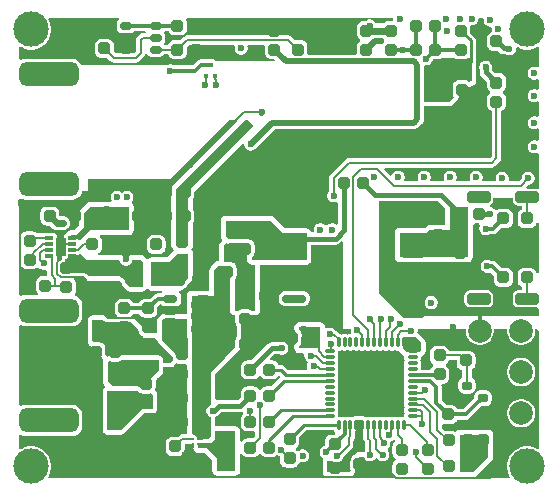
<source format=gbl>
G04*
G04 #@! TF.GenerationSoftware,Altium Limited,Altium Designer,21.6.4 (81)*
G04*
G04 Layer_Physical_Order=6*
G04 Layer_Color=16711680*
%FSLAX44Y44*%
%MOMM*%
G71*
G04*
G04 #@! TF.SameCoordinates,D5C97574-E224-4ECB-8EF4-D48BC8F4BA3E*
G04*
G04*
G04 #@! TF.FilePolarity,Positive*
G04*
G01*
G75*
%ADD11C,0.2000*%
G04:AMPARAMS|DCode=13|XSize=1.2mm|YSize=0.6mm|CornerRadius=0.15mm|HoleSize=0mm|Usage=FLASHONLY|Rotation=180.000|XOffset=0mm|YOffset=0mm|HoleType=Round|Shape=RoundedRectangle|*
%AMROUNDEDRECTD13*
21,1,1.2000,0.3000,0,0,180.0*
21,1,0.9000,0.6000,0,0,180.0*
1,1,0.3000,-0.4500,0.1500*
1,1,0.3000,0.4500,0.1500*
1,1,0.3000,0.4500,-0.1500*
1,1,0.3000,-0.4500,-0.1500*
%
%ADD13ROUNDEDRECTD13*%
G04:AMPARAMS|DCode=15|XSize=1mm|YSize=1mm|CornerRadius=0.25mm|HoleSize=0mm|Usage=FLASHONLY|Rotation=90.000|XOffset=0mm|YOffset=0mm|HoleType=Round|Shape=RoundedRectangle|*
%AMROUNDEDRECTD15*
21,1,1.0000,0.5000,0,0,90.0*
21,1,0.5000,1.0000,0,0,90.0*
1,1,0.5000,0.2500,0.2500*
1,1,0.5000,0.2500,-0.2500*
1,1,0.5000,-0.2500,-0.2500*
1,1,0.5000,-0.2500,0.2500*
%
%ADD15ROUNDEDRECTD15*%
G04:AMPARAMS|DCode=16|XSize=0.6mm|YSize=0.6mm|CornerRadius=0.15mm|HoleSize=0mm|Usage=FLASHONLY|Rotation=270.000|XOffset=0mm|YOffset=0mm|HoleType=Round|Shape=RoundedRectangle|*
%AMROUNDEDRECTD16*
21,1,0.6000,0.3000,0,0,270.0*
21,1,0.3000,0.6000,0,0,270.0*
1,1,0.3000,-0.1500,-0.1500*
1,1,0.3000,-0.1500,0.1500*
1,1,0.3000,0.1500,0.1500*
1,1,0.3000,0.1500,-0.1500*
%
%ADD16ROUNDEDRECTD16*%
%ADD18C,0.2000*%
G04:AMPARAMS|DCode=20|XSize=1mm|YSize=1mm|CornerRadius=0.25mm|HoleSize=0mm|Usage=FLASHONLY|Rotation=0.000|XOffset=0mm|YOffset=0mm|HoleType=Round|Shape=RoundedRectangle|*
%AMROUNDEDRECTD20*
21,1,1.0000,0.5000,0,0,0.0*
21,1,0.5000,1.0000,0,0,0.0*
1,1,0.5000,0.2500,-0.2500*
1,1,0.5000,-0.2500,-0.2500*
1,1,0.5000,-0.2500,0.2500*
1,1,0.5000,0.2500,0.2500*
%
%ADD20ROUNDEDRECTD20*%
G04:AMPARAMS|DCode=28|XSize=2mm|YSize=1mm|CornerRadius=0.25mm|HoleSize=0mm|Usage=FLASHONLY|Rotation=90.000|XOffset=0mm|YOffset=0mm|HoleType=Round|Shape=RoundedRectangle|*
%AMROUNDEDRECTD28*
21,1,2.0000,0.5000,0,0,90.0*
21,1,1.5000,1.0000,0,0,90.0*
1,1,0.5000,0.2500,0.7500*
1,1,0.5000,0.2500,-0.7500*
1,1,0.5000,-0.2500,-0.7500*
1,1,0.5000,-0.2500,0.7500*
%
%ADD28ROUNDEDRECTD28*%
%ADD63C,0.4000*%
%ADD65C,0.3000*%
%ADD67C,0.2500*%
%ADD68C,0.5000*%
G04:AMPARAMS|DCode=69|XSize=2mm|YSize=1mm|CornerRadius=0.25mm|HoleSize=0mm|Usage=FLASHONLY|Rotation=180.000|XOffset=0mm|YOffset=0mm|HoleType=Round|Shape=RoundedRectangle|*
%AMROUNDEDRECTD69*
21,1,2.0000,0.5000,0,0,180.0*
21,1,1.5000,1.0000,0,0,180.0*
1,1,0.5000,-0.7500,0.2500*
1,1,0.5000,0.7500,0.2500*
1,1,0.5000,0.7500,-0.2500*
1,1,0.5000,-0.7500,-0.2500*
%
%ADD69ROUNDEDRECTD69*%
%ADD70C,2.0000*%
%ADD71C,3.0000*%
%ADD72C,0.6000*%
G04:AMPARAMS|DCode=77|XSize=0.74mm|YSize=0.28mm|CornerRadius=0.035mm|HoleSize=0mm|Usage=FLASHONLY|Rotation=180.000|XOffset=0mm|YOffset=0mm|HoleType=Round|Shape=RoundedRectangle|*
%AMROUNDEDRECTD77*
21,1,0.7400,0.2100,0,0,180.0*
21,1,0.6700,0.2800,0,0,180.0*
1,1,0.0700,-0.3350,0.1050*
1,1,0.0700,0.3350,0.1050*
1,1,0.0700,0.3350,-0.1050*
1,1,0.0700,-0.3350,-0.1050*
%
%ADD77ROUNDEDRECTD77*%
G04:AMPARAMS|DCode=78|XSize=0.9mm|YSize=1.6mm|CornerRadius=0.225mm|HoleSize=0mm|Usage=FLASHONLY|Rotation=180.000|XOffset=0mm|YOffset=0mm|HoleType=Round|Shape=RoundedRectangle|*
%AMROUNDEDRECTD78*
21,1,0.9000,1.1500,0,0,180.0*
21,1,0.4500,1.6000,0,0,180.0*
1,1,0.4500,-0.2250,0.5750*
1,1,0.4500,0.2250,0.5750*
1,1,0.4500,0.2250,-0.5750*
1,1,0.4500,-0.2250,-0.5750*
%
%ADD78ROUNDEDRECTD78*%
G04:AMPARAMS|DCode=79|XSize=0.2mm|YSize=0.2mm|CornerRadius=0.05mm|HoleSize=0mm|Usage=FLASHONLY|Rotation=90.000|XOffset=0mm|YOffset=0mm|HoleType=Round|Shape=RoundedRectangle|*
%AMROUNDEDRECTD79*
21,1,0.2000,0.1000,0,0,90.0*
21,1,0.1000,0.2000,0,0,90.0*
1,1,0.1000,0.0500,0.0500*
1,1,0.1000,0.0500,-0.0500*
1,1,0.1000,-0.0500,-0.0500*
1,1,0.1000,-0.0500,0.0500*
%
%ADD79ROUNDEDRECTD79*%
G04:AMPARAMS|DCode=80|XSize=5.4mm|YSize=5.4mm|CornerRadius=1.35mm|HoleSize=0mm|Usage=FLASHONLY|Rotation=180.000|XOffset=0mm|YOffset=0mm|HoleType=Round|Shape=RoundedRectangle|*
%AMROUNDEDRECTD80*
21,1,5.4000,2.7000,0,0,180.0*
21,1,2.7000,5.4000,0,0,180.0*
1,1,2.7000,-1.3500,1.3500*
1,1,2.7000,1.3500,1.3500*
1,1,2.7000,1.3500,-1.3500*
1,1,2.7000,-1.3500,-1.3500*
%
%ADD80ROUNDEDRECTD80*%
G04:AMPARAMS|DCode=81|XSize=0.8mm|YSize=0.3mm|CornerRadius=0.075mm|HoleSize=0mm|Usage=FLASHONLY|Rotation=270.000|XOffset=0mm|YOffset=0mm|HoleType=Round|Shape=RoundedRectangle|*
%AMROUNDEDRECTD81*
21,1,0.8000,0.1500,0,0,270.0*
21,1,0.6500,0.3000,0,0,270.0*
1,1,0.1500,-0.0750,-0.3250*
1,1,0.1500,-0.0750,0.3250*
1,1,0.1500,0.0750,0.3250*
1,1,0.1500,0.0750,-0.3250*
%
%ADD81ROUNDEDRECTD81*%
G04:AMPARAMS|DCode=82|XSize=0.8mm|YSize=0.3mm|CornerRadius=0.075mm|HoleSize=0mm|Usage=FLASHONLY|Rotation=0.000|XOffset=0mm|YOffset=0mm|HoleType=Round|Shape=RoundedRectangle|*
%AMROUNDEDRECTD82*
21,1,0.8000,0.1500,0,0,0.0*
21,1,0.6500,0.3000,0,0,0.0*
1,1,0.1500,0.3250,-0.0750*
1,1,0.1500,-0.3250,-0.0750*
1,1,0.1500,-0.3250,0.0750*
1,1,0.1500,0.3250,0.0750*
%
%ADD82ROUNDEDRECTD82*%
G04:AMPARAMS|DCode=83|XSize=2mm|YSize=0.6mm|CornerRadius=0.15mm|HoleSize=0mm|Usage=FLASHONLY|Rotation=180.000|XOffset=0mm|YOffset=0mm|HoleType=Round|Shape=RoundedRectangle|*
%AMROUNDEDRECTD83*
21,1,2.0000,0.3000,0,0,180.0*
21,1,1.7000,0.6000,0,0,180.0*
1,1,0.3000,-0.8500,0.1500*
1,1,0.3000,0.8500,0.1500*
1,1,0.3000,0.8500,-0.1500*
1,1,0.3000,-0.8500,-0.1500*
%
%ADD83ROUNDEDRECTD83*%
G04:AMPARAMS|DCode=84|XSize=0.4mm|YSize=0.4mm|CornerRadius=0.1mm|HoleSize=0mm|Usage=FLASHONLY|Rotation=180.000|XOffset=0mm|YOffset=0mm|HoleType=Round|Shape=RoundedRectangle|*
%AMROUNDEDRECTD84*
21,1,0.4000,0.2000,0,0,180.0*
21,1,0.2000,0.4000,0,0,180.0*
1,1,0.2000,-0.1000,0.1000*
1,1,0.2000,0.1000,0.1000*
1,1,0.2000,0.1000,-0.1000*
1,1,0.2000,-0.1000,-0.1000*
%
%ADD84ROUNDEDRECTD84*%
G04:AMPARAMS|DCode=85|XSize=5mm|YSize=2mm|CornerRadius=0.5mm|HoleSize=0mm|Usage=FLASHONLY|Rotation=0.000|XOffset=0mm|YOffset=0mm|HoleType=Round|Shape=RoundedRectangle|*
%AMROUNDEDRECTD85*
21,1,5.0000,1.0000,0,0,0.0*
21,1,4.0000,2.0000,0,0,0.0*
1,1,1.0000,2.0000,-0.5000*
1,1,1.0000,-2.0000,-0.5000*
1,1,1.0000,-2.0000,0.5000*
1,1,1.0000,2.0000,0.5000*
%
%ADD85ROUNDEDRECTD85*%
G04:AMPARAMS|DCode=86|XSize=0.85mm|YSize=0.75mm|CornerRadius=0.1875mm|HoleSize=0mm|Usage=FLASHONLY|Rotation=0.000|XOffset=0mm|YOffset=0mm|HoleType=Round|Shape=RoundedRectangle|*
%AMROUNDEDRECTD86*
21,1,0.8500,0.3750,0,0,0.0*
21,1,0.4750,0.7500,0,0,0.0*
1,1,0.3750,0.2375,-0.1875*
1,1,0.3750,-0.2375,-0.1875*
1,1,0.3750,-0.2375,0.1875*
1,1,0.3750,0.2375,0.1875*
%
%ADD86ROUNDEDRECTD86*%
G04:AMPARAMS|DCode=87|XSize=1mm|YSize=0.6mm|CornerRadius=0.15mm|HoleSize=0mm|Usage=FLASHONLY|Rotation=0.000|XOffset=0mm|YOffset=0mm|HoleType=Round|Shape=RoundedRectangle|*
%AMROUNDEDRECTD87*
21,1,1.0000,0.3000,0,0,0.0*
21,1,0.7000,0.6000,0,0,0.0*
1,1,0.3000,0.3500,-0.1500*
1,1,0.3000,-0.3500,-0.1500*
1,1,0.3000,-0.3500,0.1500*
1,1,0.3000,0.3500,0.1500*
%
%ADD87ROUNDEDRECTD87*%
%ADD88C,0.6000*%
G36*
X321497Y394902D02*
X321633Y394724D01*
Y393276D01*
X321692Y393055D01*
X320919Y392048D01*
X317500D01*
X316064Y391858D01*
X314726Y391304D01*
X313577Y390423D01*
X313293Y390052D01*
X307144D01*
X307125Y390123D01*
X306401Y391377D01*
X305377Y392401D01*
X304123Y393125D01*
X302724Y393500D01*
X301276D01*
X299877Y393125D01*
X298623Y392401D01*
X298269Y392048D01*
X296500D01*
X295064Y391858D01*
X293726Y391304D01*
X292577Y390423D01*
X291696Y389274D01*
X291142Y387936D01*
X290953Y386500D01*
Y381500D01*
X291142Y380064D01*
X291696Y378726D01*
X292577Y377577D01*
X293726Y376696D01*
X293747Y376687D01*
Y375313D01*
X293726Y375304D01*
X292577Y374423D01*
X291696Y373274D01*
X291142Y371936D01*
X290953Y370500D01*
Y365500D01*
X291042Y364818D01*
X290085Y363547D01*
X249915D01*
X248958Y364818D01*
X249047Y365500D01*
Y370500D01*
X248858Y371936D01*
X248304Y373274D01*
X247423Y374423D01*
X246274Y375304D01*
X244936Y375858D01*
X243500Y376047D01*
X238720D01*
X235884Y378884D01*
X234561Y379768D01*
X233000Y380078D01*
X233000Y380078D01*
X147000D01*
X147000Y380078D01*
X145439Y379768D01*
X144116Y378884D01*
X144116Y378884D01*
X141280Y376048D01*
X136500D01*
X135064Y375858D01*
X133726Y375304D01*
X132577Y374423D01*
X131696Y373274D01*
X131201Y372078D01*
X127768D01*
X127499Y372363D01*
X127244Y372744D01*
Y373256D01*
X128239Y374744D01*
X128588Y376500D01*
Y379500D01*
X128239Y381256D01*
X127647Y382142D01*
X128326Y383412D01*
X131412D01*
X131696Y382726D01*
X132577Y381577D01*
X133726Y380696D01*
X135064Y380142D01*
X136500Y379953D01*
X141500D01*
X142936Y380142D01*
X144274Y380696D01*
X145423Y381577D01*
X146304Y382726D01*
X146858Y384064D01*
X147047Y385500D01*
Y390500D01*
X146858Y391936D01*
X146304Y393274D01*
X146029Y393632D01*
X146656Y394902D01*
X321497Y394902D01*
D02*
G37*
G36*
X332271Y369986D02*
X332421Y369884D01*
X332593Y369794D01*
X332786Y369716D01*
X333000Y369650D01*
X333237Y369596D01*
X333495Y369554D01*
X333774Y369524D01*
X334398Y369500D01*
Y366500D01*
X334075Y366494D01*
X333495Y366446D01*
X333237Y366404D01*
X333000Y366350D01*
X332786Y366284D01*
X332593Y366206D01*
X332421Y366116D01*
X332271Y366014D01*
X332142Y365900D01*
X330000Y368000D01*
X332142Y370100D01*
X332271Y369986D01*
D02*
G37*
G36*
X330000Y368000D02*
X327858Y365900D01*
X327729Y366014D01*
X327579Y366116D01*
X327407Y366206D01*
X327214Y366284D01*
X327000Y366350D01*
X326763Y366404D01*
X326505Y366446D01*
X325925Y366494D01*
X325602Y366500D01*
Y369500D01*
X326226Y369524D01*
X326505Y369554D01*
X326763Y369596D01*
X327000Y369650D01*
X327214Y369716D01*
X327407Y369794D01*
X327579Y369884D01*
X327729Y369986D01*
X327858Y370100D01*
X330000Y368000D01*
D02*
G37*
G36*
X89873Y394902D02*
X90081Y394250D01*
X90084Y393632D01*
X88756Y392744D01*
X87761Y391256D01*
X87412Y389500D01*
Y386500D01*
X87761Y384744D01*
X88756Y383256D01*
X90244Y382261D01*
X92000Y381912D01*
X99000D01*
X100756Y382261D01*
X102244Y383256D01*
X102349Y383412D01*
X111266D01*
X111985Y382142D01*
X111947Y382078D01*
X110000D01*
X108439Y381768D01*
X107116Y380884D01*
X107116Y380884D01*
X105116Y378884D01*
X104232Y377561D01*
X103922Y376000D01*
X103922Y376000D01*
Y366689D01*
X102311Y365078D01*
X86689D01*
X85047Y366720D01*
Y371500D01*
X84858Y372936D01*
X84304Y374274D01*
X83423Y375423D01*
X82274Y376304D01*
X80936Y376858D01*
X79500Y377047D01*
X74500D01*
X73064Y376858D01*
X71726Y376304D01*
X70577Y375423D01*
X69696Y374274D01*
X69142Y372936D01*
X68952Y371500D01*
Y366500D01*
X69142Y365064D01*
X69696Y363726D01*
X70577Y362577D01*
X71726Y361696D01*
X73064Y361142D01*
X74500Y360953D01*
X79280D01*
X82116Y358116D01*
X83439Y357232D01*
X85000Y356922D01*
X104000D01*
X104000Y356922D01*
X105561Y357232D01*
X106884Y358116D01*
X110884Y362116D01*
X110884Y362116D01*
X111768Y363439D01*
X111845Y363829D01*
X113194Y364097D01*
X113756Y363256D01*
X115244Y362261D01*
X117000Y361912D01*
X124000D01*
X125756Y362261D01*
X127244Y363256D01*
X127689Y363922D01*
X131201D01*
X131696Y362726D01*
X132577Y361577D01*
X133726Y360696D01*
X135064Y360142D01*
X136500Y359953D01*
X141500D01*
X142936Y360142D01*
X144274Y360696D01*
X145423Y361577D01*
X146304Y362726D01*
X146858Y364064D01*
X147047Y365500D01*
Y370280D01*
X148689Y371922D01*
X187009D01*
X187749Y370652D01*
X187500Y369724D01*
Y368276D01*
X187875Y366877D01*
X188599Y365623D01*
X189623Y364599D01*
X190877Y363875D01*
X192276Y363500D01*
X193724D01*
X195123Y363875D01*
X196377Y364599D01*
X197401Y365623D01*
X198125Y366877D01*
X198500Y368276D01*
Y369724D01*
X198251Y370652D01*
X198991Y371922D01*
X212177D01*
X213014Y370967D01*
X212953Y370500D01*
Y365500D01*
X213142Y364064D01*
X213696Y362726D01*
X214577Y361577D01*
X215726Y360696D01*
X217064Y360142D01*
X218500Y359953D01*
X221101D01*
X221735Y359171D01*
X221226Y358000D01*
X171474D01*
X170884Y358884D01*
X169561Y359768D01*
X168000Y360078D01*
X166000D01*
X164439Y359768D01*
X164170Y359588D01*
X159000D01*
X157244Y359239D01*
X155756Y358244D01*
X152511Y355000D01*
X135340D01*
X135123Y355125D01*
X133724Y355500D01*
X132276D01*
X130877Y355125D01*
X130660Y355000D01*
X57417D01*
X56988Y356035D01*
X55706Y357706D01*
X54035Y358988D01*
X52088Y359794D01*
X50000Y360069D01*
X10000D01*
X7912Y359794D01*
X6368Y359155D01*
X5098Y359780D01*
Y369824D01*
X6218Y370422D01*
X6948Y369935D01*
X10041Y368653D01*
X13326Y368000D01*
X16674D01*
X19959Y368653D01*
X23052Y369935D01*
X25837Y371795D01*
X28205Y374163D01*
X30065Y376948D01*
X31347Y380041D01*
X32000Y383326D01*
Y386674D01*
X31347Y389959D01*
X30065Y393052D01*
X29578Y393782D01*
X30176Y394902D01*
X89873D01*
D02*
G37*
G36*
X388000Y341646D02*
X387290Y341095D01*
X386154Y340629D01*
X385274Y341304D01*
X383936Y341858D01*
X382500Y342047D01*
X377500D01*
X376064Y341858D01*
X374726Y341304D01*
X373577Y340423D01*
X372696Y339274D01*
X372142Y337936D01*
X371953Y336500D01*
Y331500D01*
X372142Y330064D01*
X372696Y328726D01*
X373143Y328143D01*
X369000Y324000D01*
X347547D01*
Y353673D01*
X348736Y354585D01*
X350184D01*
X351583Y354960D01*
X352837Y355684D01*
X353861Y356708D01*
X354585Y357962D01*
X354932Y359256D01*
X355629Y359953D01*
X359500D01*
X360936Y360142D01*
X362274Y360696D01*
X362670Y361000D01*
X373330D01*
X373726Y360696D01*
X375064Y360142D01*
X376500Y359953D01*
X381500D01*
X382936Y360142D01*
X384274Y360696D01*
X384670Y361000D01*
X388000D01*
Y341646D01*
D02*
G37*
G36*
X397773Y394902D02*
X398546Y393895D01*
X398500Y393724D01*
Y392276D01*
X398875Y390877D01*
X399599Y389623D01*
X400623Y388599D01*
X401877Y387875D01*
X403276Y387500D01*
X404225D01*
X405085Y386595D01*
X405198Y386312D01*
X405040Y385724D01*
Y384276D01*
X405318Y383238D01*
X405064Y382858D01*
X403726Y382304D01*
X402577Y381423D01*
X401696Y380274D01*
X401142Y378936D01*
X400953Y377500D01*
Y372500D01*
X401142Y371064D01*
X401696Y369726D01*
X402577Y368577D01*
X403726Y367696D01*
X405064Y367142D01*
X406500Y366953D01*
X410108D01*
X411684Y365377D01*
X413338Y364272D01*
X415289Y363884D01*
X417247D01*
X417957Y363474D01*
X419356Y363099D01*
X420804D01*
X422203Y363474D01*
X423457Y364198D01*
X424481Y365222D01*
X425205Y366476D01*
X425580Y367875D01*
Y369323D01*
X426684Y370111D01*
X426948Y369935D01*
X430041Y368653D01*
X433326Y368000D01*
X436674D01*
X439959Y368653D01*
X443052Y369935D01*
X443782Y370422D01*
X444902Y369824D01*
Y353564D01*
X443632Y352831D01*
X443123Y353125D01*
X441724Y353500D01*
X440276D01*
X438877Y353125D01*
X437623Y352401D01*
X436599Y351377D01*
X435875Y350123D01*
X435500Y348724D01*
Y347276D01*
X435875Y345877D01*
X436599Y344623D01*
X437623Y343599D01*
X438877Y342875D01*
X440276Y342500D01*
X441724D01*
X443123Y342875D01*
X443632Y343169D01*
X444902Y342436D01*
Y334564D01*
X443632Y333831D01*
X443123Y334125D01*
X441724Y334500D01*
X440276D01*
X438877Y334125D01*
X437623Y333401D01*
X436599Y332377D01*
X435875Y331123D01*
X435500Y329724D01*
Y328276D01*
X435875Y326877D01*
X436599Y325623D01*
X437623Y324599D01*
X438877Y323875D01*
X440276Y323500D01*
X441724D01*
X443123Y323875D01*
X443632Y324169D01*
X444902Y323436D01*
Y311564D01*
X443632Y310831D01*
X443123Y311125D01*
X441724Y311500D01*
X440276D01*
X438877Y311125D01*
X437623Y310401D01*
X436599Y309377D01*
X435875Y308123D01*
X435500Y306724D01*
Y305276D01*
X435875Y303877D01*
X436599Y302623D01*
X437623Y301599D01*
X438877Y300875D01*
X440276Y300500D01*
X441724D01*
X443123Y300875D01*
X443632Y301169D01*
X444902Y300436D01*
Y291176D01*
X443632Y290442D01*
X443316Y290625D01*
X441917Y291000D01*
X440468D01*
X439070Y290625D01*
X437816Y289901D01*
X436791Y288877D01*
X436068Y287623D01*
X435693Y286224D01*
Y284776D01*
X436068Y283377D01*
X436791Y282123D01*
X437816Y281099D01*
X439070Y280375D01*
X440468Y280000D01*
X441917D01*
X443316Y280375D01*
X443632Y280558D01*
X444902Y279824D01*
Y250000D01*
X442943D01*
X442500Y250088D01*
X434515D01*
X434029Y251262D01*
X436268Y253500D01*
X436724D01*
X438123Y253875D01*
X439377Y254599D01*
X440401Y255623D01*
X441125Y256877D01*
X441500Y258276D01*
Y259724D01*
X441125Y261123D01*
X440401Y262377D01*
X439377Y263401D01*
X438123Y264125D01*
X436724Y264500D01*
X435276D01*
X433877Y264125D01*
X432623Y263401D01*
X431599Y262377D01*
X430875Y261123D01*
X430500Y259724D01*
Y259268D01*
X427771Y256538D01*
X420344D01*
X419375Y257808D01*
X419500Y258276D01*
Y259724D01*
X419125Y261123D01*
X418401Y262377D01*
X417377Y263401D01*
X416123Y264125D01*
X414724Y264500D01*
X413276D01*
X411877Y264125D01*
X410623Y263401D01*
X409599Y262377D01*
X408875Y261123D01*
X408500Y259724D01*
Y258276D01*
X408625Y257808D01*
X407656Y256538D01*
X397819D01*
X397085Y257808D01*
X397125Y257877D01*
X397500Y259276D01*
Y260724D01*
X397125Y262123D01*
X396401Y263377D01*
X395377Y264401D01*
X394123Y265125D01*
X392724Y265500D01*
X391276D01*
X389877Y265125D01*
X388623Y264401D01*
X387599Y263377D01*
X386875Y262123D01*
X386500Y260724D01*
Y259276D01*
X386875Y257877D01*
X386914Y257808D01*
X386181Y256538D01*
X375819D01*
X375085Y257808D01*
X375125Y257877D01*
X375500Y259276D01*
Y260724D01*
X375125Y262123D01*
X374401Y263377D01*
X373377Y264401D01*
X372123Y265125D01*
X370724Y265500D01*
X369276D01*
X367877Y265125D01*
X366623Y264401D01*
X365599Y263377D01*
X364875Y262123D01*
X364500Y260724D01*
Y259276D01*
X364875Y257877D01*
X364915Y257808D01*
X364181Y256538D01*
X353819D01*
X353086Y257808D01*
X353125Y257877D01*
X353500Y259276D01*
Y260724D01*
X353125Y262123D01*
X352401Y263377D01*
X351377Y264401D01*
X350123Y265125D01*
X348724Y265500D01*
X347276D01*
X345877Y265125D01*
X344623Y264401D01*
X343599Y263377D01*
X342875Y262123D01*
X342500Y260724D01*
Y259276D01*
X342875Y257877D01*
X342915Y257808D01*
X342181Y256538D01*
X331819D01*
X331086Y257808D01*
X331125Y257877D01*
X331500Y259276D01*
Y260724D01*
X331125Y262123D01*
X330401Y263377D01*
X329377Y264401D01*
X328123Y265125D01*
X326724Y265500D01*
X325276D01*
X323877Y265125D01*
X322623Y264401D01*
X321599Y263377D01*
X320875Y262123D01*
X320745Y261639D01*
X319329Y261259D01*
X313839Y266748D01*
X314325Y267922D01*
X405000D01*
X405000Y267922D01*
X406561Y268232D01*
X407884Y269116D01*
X411884Y273116D01*
X412768Y274439D01*
X413078Y276000D01*
X413078Y276000D01*
Y316201D01*
X414274Y316696D01*
X415423Y317577D01*
X416304Y318726D01*
X416858Y320064D01*
X417047Y321500D01*
Y326500D01*
X416858Y327936D01*
X416304Y329274D01*
X415423Y330423D01*
X414274Y331304D01*
X414253Y331313D01*
Y332687D01*
X414274Y332696D01*
X415423Y333577D01*
X416304Y334726D01*
X416858Y336064D01*
X417047Y337500D01*
Y342500D01*
X416858Y343936D01*
X416304Y345274D01*
X415423Y346423D01*
X414274Y347304D01*
X412936Y347858D01*
X411500Y348047D01*
X408162D01*
X405326Y350883D01*
Y352244D01*
X405346Y352316D01*
Y353764D01*
X404971Y355163D01*
X404247Y356417D01*
X403223Y357441D01*
X401969Y358165D01*
X400570Y358540D01*
X399122D01*
X397723Y358165D01*
X396469Y357441D01*
X395445Y356417D01*
X394721Y355163D01*
X394346Y353764D01*
Y352316D01*
X394721Y350917D01*
X395131Y350207D01*
Y348772D01*
X395518Y346821D01*
X396624Y345167D01*
X400953Y340838D01*
Y337500D01*
X401142Y336064D01*
X401696Y334726D01*
X402577Y333577D01*
X403726Y332696D01*
X403747Y332687D01*
Y331313D01*
X403726Y331304D01*
X402577Y330423D01*
X401696Y329274D01*
X401142Y327936D01*
X400952Y326500D01*
Y321500D01*
X401142Y320064D01*
X401696Y318726D01*
X402577Y317577D01*
X403726Y316696D01*
X404922Y316201D01*
Y277689D01*
X403311Y276078D01*
X284222D01*
X284222Y276078D01*
X282661Y275768D01*
X281338Y274884D01*
X268365Y261911D01*
X267481Y260588D01*
X267171Y259027D01*
X267171Y259027D01*
Y247700D01*
X266848Y247377D01*
X266124Y246123D01*
X265749Y244724D01*
Y243276D01*
X266124Y241877D01*
X266848Y240623D01*
X267872Y239599D01*
X269126Y238875D01*
X270525Y238500D01*
X271973D01*
X273372Y238875D01*
X273632Y239025D01*
X274902Y238292D01*
Y220089D01*
X273632Y219563D01*
X273254Y219941D01*
X272000Y220665D01*
X270601Y221040D01*
X269153D01*
X267754Y220665D01*
X266500Y219941D01*
X265724Y219165D01*
X264938Y219018D01*
X264153Y219165D01*
X263377Y219941D01*
X262123Y220665D01*
X260724Y221040D01*
X259276D01*
X257877Y220665D01*
X256623Y219941D01*
X255599Y218917D01*
X254875Y217663D01*
X254500Y216264D01*
Y214816D01*
X254620Y214368D01*
X253645Y213098D01*
X252299D01*
X252108Y214061D01*
X251224Y215384D01*
X249900Y216268D01*
X248340Y216578D01*
X230029Y216578D01*
X220723Y225884D01*
X219400Y226768D01*
X217840Y227078D01*
X217840Y227078D01*
X180000Y227078D01*
X178439Y226768D01*
X177116Y225884D01*
X176232Y224561D01*
X175922Y223000D01*
Y209999D01*
X175922Y209999D01*
X176232Y208438D01*
X177116Y207115D01*
X177115Y207113D01*
X176560Y205875D01*
X175069Y204384D01*
X174185Y203061D01*
X173874Y201500D01*
X173922Y201261D01*
Y189069D01*
X172409Y188768D01*
X171086Y187884D01*
X171086Y187884D01*
X167116Y183914D01*
X166232Y182591D01*
X165922Y181031D01*
X165922Y181030D01*
Y163828D01*
X151000D01*
X149439Y163518D01*
X148116Y162634D01*
X147232Y161311D01*
X146922Y159750D01*
Y144078D01*
X126768D01*
X126768Y144078D01*
X125207Y143768D01*
X123884Y142884D01*
X123884Y142884D01*
X123116Y142116D01*
X122232Y140793D01*
X121922Y139232D01*
X121922Y139232D01*
Y128938D01*
X121813Y128742D01*
X120652Y127949D01*
X120000Y128078D01*
X120000Y128078D01*
X112844D01*
X111561Y128936D01*
X110783Y129258D01*
X110486Y129486D01*
X110258Y129783D01*
X110115Y130129D01*
X110031Y130767D01*
Y131047D01*
X109720Y132608D01*
X108836Y133931D01*
X108836Y133931D01*
X102962Y139805D01*
X101639Y140690D01*
X100376Y140941D01*
X100046Y141738D01*
X100022Y142270D01*
X100423Y142577D01*
X101304Y143726D01*
X101588Y144412D01*
X106412D01*
X106696Y143726D01*
X107577Y142577D01*
X108726Y141696D01*
X110064Y141142D01*
X111500Y140953D01*
X116500D01*
X117936Y141142D01*
X119274Y141696D01*
X120423Y142577D01*
X121304Y143726D01*
X121858Y145064D01*
X122047Y146500D01*
Y150398D01*
X123973Y152323D01*
X125256Y152256D01*
X126744Y151261D01*
X128500Y150912D01*
X137500D01*
X139256Y151261D01*
X140744Y152256D01*
X141739Y153744D01*
X142088Y155500D01*
Y158500D01*
X141739Y160256D01*
X140744Y161744D01*
X140396Y161977D01*
X140108Y163697D01*
X140279Y163922D01*
X141000D01*
X142561Y164232D01*
X143884Y165116D01*
X143884Y165116D01*
X143905Y165138D01*
X143936Y165142D01*
X145274Y165696D01*
X146423Y166577D01*
X147304Y167726D01*
X147858Y169064D01*
X147862Y169095D01*
X150431Y171663D01*
X151315Y172986D01*
X151625Y174547D01*
X151625Y174547D01*
Y174689D01*
X151768Y175033D01*
X152078Y176594D01*
X152078Y195000D01*
X151768Y196561D01*
X150884Y197884D01*
X150678Y198022D01*
X150553Y199286D01*
X150884Y199616D01*
X151768Y200939D01*
X152078Y202500D01*
X152078Y202500D01*
Y221432D01*
X152304Y221726D01*
X152858Y223064D01*
X153047Y224500D01*
Y229500D01*
X152858Y230936D01*
X152304Y232274D01*
X152078Y232568D01*
Y241432D01*
X152304Y241726D01*
X152858Y243064D01*
X153047Y244500D01*
Y247280D01*
X194230Y288462D01*
X194243Y288461D01*
X195174Y288106D01*
X195466Y287902D01*
X195500Y287640D01*
Y287276D01*
X195594Y286925D01*
X195642Y286564D01*
X195781Y286228D01*
X195875Y285877D01*
X196057Y285562D01*
X196196Y285226D01*
X196417Y284938D01*
X196599Y284623D01*
X196856Y284366D01*
X197077Y284077D01*
X197366Y283856D01*
X197623Y283599D01*
X197938Y283417D01*
X198226Y283196D01*
X198562Y283057D01*
X198877Y282875D01*
X199228Y282781D01*
X199564Y282642D01*
X199925Y282594D01*
X200276Y282500D01*
X200640D01*
X201000Y282453D01*
X201360Y282500D01*
X201724D01*
X202075Y282594D01*
X202436Y282642D01*
X202772Y282781D01*
X203123Y282875D01*
X203438Y283057D01*
X203774Y283196D01*
X204062Y283417D01*
X204377Y283599D01*
X204634Y283856D01*
X204923Y284077D01*
X221298Y300453D01*
X339071D01*
X340507Y300642D01*
X341845Y301196D01*
X342994Y302077D01*
X345923Y305006D01*
X346804Y306155D01*
X347129Y306939D01*
X347358Y307493D01*
X347547Y308929D01*
Y319922D01*
X369000D01*
X369000Y319922D01*
X370561Y320232D01*
X371884Y321116D01*
X371884Y321116D01*
X376027Y325259D01*
X376323Y325703D01*
X376675Y326104D01*
X376762Y326359D01*
X376911Y326582D01*
X377015Y327106D01*
X377187Y327611D01*
X377169Y327879D01*
X377222Y328143D01*
X377118Y328666D01*
X377083Y329199D01*
X376964Y329440D01*
X376911Y329704D01*
X376615Y330148D01*
X376379Y330626D01*
X376258Y330783D01*
X376115Y331129D01*
X376031Y331767D01*
Y336233D01*
X376115Y336871D01*
X376258Y337217D01*
X376486Y337514D01*
X376783Y337742D01*
X377129Y337885D01*
X377767Y337969D01*
X382233D01*
X382871Y337885D01*
X383217Y337742D01*
X383671Y337393D01*
X384143Y337161D01*
X384579Y336867D01*
X384850Y336812D01*
X385098Y336690D01*
X385623Y336655D01*
X386139Y336551D01*
X386410Y336604D01*
X386686Y336586D01*
X387184Y336755D01*
X387701Y336856D01*
X388837Y337321D01*
X389296Y337626D01*
X389788Y337872D01*
X390499Y338422D01*
X390668Y338618D01*
X390884Y338762D01*
X391186Y339214D01*
X391542Y339624D01*
X391624Y339869D01*
X391768Y340085D01*
X391874Y340618D01*
X392046Y341133D01*
X392028Y341392D01*
X392078Y341646D01*
Y361000D01*
X391768Y362561D01*
X391583Y362837D01*
Y375750D01*
X391253Y377408D01*
X390314Y378814D01*
X387047Y382081D01*
Y386500D01*
X386946Y387274D01*
X386991Y387441D01*
X387807Y388405D01*
X387999Y388500D01*
X388724D01*
X390123Y388875D01*
X391377Y389599D01*
X392401Y390623D01*
X393125Y391877D01*
X393500Y393276D01*
Y393632D01*
X394696Y394902D01*
X397773D01*
D02*
G37*
G36*
X422912Y240500D02*
X423261Y238744D01*
X424256Y237256D01*
X425744Y236261D01*
X427500Y235912D01*
X430922D01*
Y232799D01*
X429726Y232304D01*
X428577Y231423D01*
X427696Y230274D01*
X427142Y228936D01*
X426953Y227500D01*
Y222500D01*
X427142Y221064D01*
X427696Y219726D01*
X428577Y218577D01*
X429726Y217696D01*
X431064Y217142D01*
X432500Y216953D01*
X437500D01*
X438936Y217142D01*
X440274Y217696D01*
X441423Y218577D01*
X442304Y219726D01*
X442858Y221064D01*
X442902Y221397D01*
X444902Y221266D01*
X444902Y178735D01*
X442902Y178603D01*
X442858Y178936D01*
X442304Y180274D01*
X441423Y181423D01*
X440274Y182304D01*
X438936Y182858D01*
X437500Y183047D01*
X432500D01*
X431064Y182858D01*
X429726Y182304D01*
X428577Y181423D01*
X427696Y180274D01*
X427142Y178936D01*
X426953Y177500D01*
Y172500D01*
X427142Y171064D01*
X427696Y169726D01*
X428577Y168577D01*
X429726Y167696D01*
X430922Y167201D01*
Y164088D01*
X427500D01*
X425744Y163739D01*
X424256Y162744D01*
X423261Y161256D01*
X422912Y159500D01*
Y154500D01*
X423261Y152744D01*
X424256Y151256D01*
X425744Y150261D01*
X427500Y149912D01*
X442500D01*
X442902Y149992D01*
X444902Y148471D01*
Y142000D01*
X329000D01*
X310000Y161000D01*
X310000Y239902D01*
X359888D01*
X365922Y233869D01*
Y219078D01*
X352000D01*
X352000Y219078D01*
X350439Y218768D01*
X349116Y217884D01*
X349116Y217884D01*
X348311Y217078D01*
X327000D01*
X325439Y216768D01*
X324116Y215884D01*
X323232Y214561D01*
X322922Y213000D01*
Y192000D01*
X323232Y190439D01*
X324116Y189116D01*
X325439Y188232D01*
X327000Y187922D01*
X385000D01*
X386561Y188232D01*
X387884Y189116D01*
X388768Y190439D01*
X389078Y192000D01*
Y219577D01*
X391078Y221008D01*
X391500Y220952D01*
X393996D01*
X395067Y218953D01*
X394854Y218583D01*
X394479Y217184D01*
Y215736D01*
X394854Y214337D01*
X395578Y213083D01*
X396602Y212059D01*
X397856Y211335D01*
X399255Y210960D01*
X400703D01*
X402102Y211335D01*
X403032Y211872D01*
X406460D01*
X408216Y212221D01*
X409704Y213216D01*
X413441Y216953D01*
X417500D01*
X418936Y217142D01*
X420274Y217696D01*
X421423Y218577D01*
X422304Y219726D01*
X422858Y221064D01*
X423047Y222500D01*
Y227500D01*
X422858Y228936D01*
X422304Y230274D01*
X421423Y231423D01*
X420274Y232304D01*
X418936Y232858D01*
X417500Y233047D01*
X412500D01*
X411064Y232858D01*
X409726Y232304D01*
X409529Y232153D01*
X408401Y232377D01*
X407377Y233401D01*
X406123Y234125D01*
X404724Y234500D01*
X403946D01*
X403837Y234777D01*
X403613Y236500D01*
X404744Y237256D01*
X405739Y238744D01*
X406088Y240500D01*
Y242500D01*
X422912D01*
Y240500D01*
D02*
G37*
G36*
X98000Y229860D02*
X97953Y229500D01*
Y224500D01*
X98000Y224140D01*
Y215000D01*
X65000D01*
X57000Y207000D01*
X55563D01*
X54507Y207706D01*
X53200Y207966D01*
X48583D01*
X47927Y209083D01*
X49105Y211000D01*
X53000D01*
X60000Y218000D01*
Y224140D01*
X60047Y224500D01*
Y229500D01*
X60000Y229860D01*
Y230000D01*
X65000Y235000D01*
X98000D01*
Y229860D01*
D02*
G37*
G36*
X203500Y303500D02*
X148000Y248000D01*
Y221000D01*
Y202500D01*
X145500Y200000D01*
X140000D01*
X138000Y202000D01*
Y250000D01*
X196000Y308000D01*
X199000D01*
X203500Y303500D01*
D02*
G37*
G36*
X62139Y190000D02*
X89730D01*
Y189615D01*
X90105Y188216D01*
X90829Y186962D01*
X91853Y185938D01*
X93107Y185214D01*
X94506Y184839D01*
X95954D01*
X97353Y185214D01*
X98607Y185938D01*
X99631Y186962D01*
X100356Y188216D01*
X100730Y189615D01*
Y190000D01*
X108000D01*
X110000Y188000D01*
Y168000D01*
X109000Y167000D01*
X99000D01*
X94713Y171287D01*
X94304Y172274D01*
X93423Y173423D01*
X92274Y174304D01*
X91287Y174713D01*
X90000Y176000D01*
X63768D01*
X61884Y177884D01*
X60561Y178768D01*
X60302Y178819D01*
X59000Y179078D01*
X59000Y179078D01*
X41911D01*
X41078Y179911D01*
Y186089D01*
X42884Y187894D01*
X42884Y187894D01*
X43768Y189217D01*
X43819Y189476D01*
X43980Y190284D01*
X44898Y190664D01*
X45994Y191506D01*
X46836Y192602D01*
X47365Y193880D01*
X47385Y194034D01*
X53200D01*
X54507Y194294D01*
X54698Y194422D01*
X55050D01*
X55050Y194422D01*
X56352Y194681D01*
X56611Y194732D01*
X57012Y195000D01*
X57139D01*
X62139Y190000D01*
D02*
G37*
G36*
X385000Y192000D02*
X327000D01*
Y213000D01*
X350000D01*
X352000Y215000D01*
X370000D01*
Y235000D01*
X385000D01*
Y192000D01*
D02*
G37*
G36*
X189059Y306827D02*
X135116Y252884D01*
X134232Y251561D01*
X133922Y250000D01*
X133922Y250000D01*
Y202000D01*
X134232Y200439D01*
X135116Y199116D01*
X135116Y199116D01*
X136137Y198095D01*
X136116Y197884D01*
X130311Y192078D01*
X117000D01*
X115439Y191768D01*
X114320Y191020D01*
X113741Y190931D01*
X112707Y191061D01*
X110884Y192884D01*
X109561Y193768D01*
X108000Y194078D01*
X108000Y194078D01*
X100730D01*
X99170Y193768D01*
X97846Y192884D01*
X96962Y191561D01*
X96769Y190588D01*
X96555Y189790D01*
X96368Y189466D01*
X96103Y189201D01*
X95779Y189014D01*
X95417Y188917D01*
X95043D01*
X94682Y189014D01*
X94357Y189201D01*
X94093Y189466D01*
X93906Y189790D01*
X93692Y190589D01*
X93498Y191561D01*
X92614Y192884D01*
X91291Y193768D01*
X89730Y194078D01*
X71688D01*
X71435Y195348D01*
X72274Y195696D01*
X73423Y196577D01*
X74304Y197726D01*
X74858Y199064D01*
X75047Y200500D01*
Y205500D01*
X74858Y206936D01*
X74304Y208274D01*
X73423Y209423D01*
X73124Y209652D01*
X73555Y210922D01*
X98000D01*
X99561Y211232D01*
X100884Y212116D01*
X101768Y213439D01*
X102078Y215000D01*
Y224140D01*
X102026Y224404D01*
X102044Y224672D01*
X102031Y224767D01*
Y229233D01*
X102044Y229328D01*
X102026Y229596D01*
X102078Y229860D01*
Y235000D01*
X101768Y236561D01*
X100884Y237884D01*
X100629Y238054D01*
X100401Y239623D01*
X101125Y240877D01*
X101500Y242276D01*
Y243724D01*
X101125Y245123D01*
X100401Y246377D01*
X99377Y247401D01*
X98123Y248125D01*
X96724Y248500D01*
X95276D01*
X93877Y248125D01*
X92623Y247401D01*
X92000Y246778D01*
X91377Y247401D01*
X90123Y248125D01*
X88724Y248500D01*
X87276D01*
X85877Y248125D01*
X84623Y247401D01*
X83599Y246377D01*
X82875Y245123D01*
X82500Y243724D01*
Y242276D01*
X82875Y240877D01*
X83180Y240348D01*
X82447Y239078D01*
X65000D01*
X65000Y239078D01*
X63439Y238768D01*
X62116Y237884D01*
X57116Y232884D01*
X56232Y231561D01*
X56133Y231063D01*
X56061Y230916D01*
X56039Y230592D01*
X55922Y230000D01*
X55922Y230000D01*
Y229860D01*
X55974Y229596D01*
X55957Y229328D01*
X55969Y229233D01*
Y224767D01*
X55957Y224672D01*
X55974Y224404D01*
X55922Y224140D01*
Y219689D01*
X51311Y215078D01*
X49105D01*
X48636Y214985D01*
X48157Y214967D01*
X47862Y214831D01*
X47544Y214768D01*
X47146Y214502D01*
X46711Y214302D01*
X46491Y214064D01*
X46221Y213884D01*
X45955Y213486D01*
X45630Y213134D01*
X45391Y212745D01*
X45193Y212706D01*
X44085Y211965D01*
X43344Y210857D01*
X43084Y209550D01*
Y207450D01*
X43344Y206143D01*
X44085Y205035D01*
X45193Y204294D01*
X45932Y204147D01*
Y202853D01*
X45193Y202706D01*
X44085Y201965D01*
X43344Y200857D01*
X43084Y199550D01*
Y197450D01*
X43344Y196143D01*
X43440Y196000D01*
X43344Y195857D01*
X43084Y194550D01*
Y194413D01*
X42841Y194227D01*
X42419Y194052D01*
X42085Y193829D01*
X41714Y193675D01*
X41430Y193391D01*
X41096Y193168D01*
X40873Y192834D01*
X40589Y192550D01*
X40435Y192179D01*
X40212Y191845D01*
X40134Y191451D01*
X39980Y191080D01*
X39926Y190809D01*
X39716Y190494D01*
X38866Y189644D01*
X38577Y189423D01*
X38356Y189134D01*
X38195Y188973D01*
X38194Y188973D01*
X38173Y188941D01*
X36906Y189326D01*
X36903Y189327D01*
Y190825D01*
X36903Y190825D01*
X36797Y191359D01*
Y191854D01*
X36916Y192450D01*
Y194550D01*
X36656Y195857D01*
X36560Y196000D01*
X36656Y196143D01*
X36916Y197450D01*
Y199550D01*
X36656Y200857D01*
X36560Y201000D01*
X36656Y201143D01*
X36916Y202450D01*
Y204550D01*
X36656Y205857D01*
X36560Y206000D01*
X36656Y206143D01*
X36916Y207450D01*
Y209550D01*
X36656Y210857D01*
X35915Y211965D01*
X34807Y212706D01*
X33500Y212966D01*
X26800D01*
X25493Y212706D01*
X25302Y212578D01*
X20220D01*
X19274Y213304D01*
X17936Y213858D01*
X16500Y214048D01*
X11500D01*
X10064Y213858D01*
X8726Y213304D01*
X7577Y212423D01*
X6696Y211274D01*
X6368Y210482D01*
X5098Y210735D01*
Y241220D01*
X6368Y241845D01*
X7912Y241206D01*
X10000Y240931D01*
X50000D01*
X52088Y241206D01*
X54035Y242012D01*
X55706Y243294D01*
X56988Y244965D01*
X57794Y246912D01*
X57937Y248000D01*
X63000D01*
Y258000D01*
X133000D01*
X183000Y308000D01*
X188573D01*
X189059Y306827D01*
D02*
G37*
G36*
X228340Y212500D02*
X248340Y212500D01*
Y190000D01*
X202406Y190000D01*
X202008Y192000D01*
X202710Y192290D01*
X204453Y196500D01*
Y201500D01*
X202710Y205709D01*
X198500Y207453D01*
X183500D01*
X182825Y207174D01*
X180000Y209998D01*
Y223000D01*
X217840Y223000D01*
X228340Y212500D01*
D02*
G37*
G36*
X148000Y195000D02*
X148000Y176594D01*
X147547Y175500D01*
Y174547D01*
X141000Y168000D01*
X117000D01*
Y188000D01*
X132000D01*
X139000Y195000D01*
X148000Y195000D01*
D02*
G37*
G36*
X6696Y184726D02*
X7577Y183577D01*
X8726Y182696D01*
X10064Y182142D01*
X11500Y181953D01*
X16500D01*
X17936Y182142D01*
X19274Y182696D01*
X20240Y183437D01*
X20826Y183517D01*
X21859Y183363D01*
X22623Y182599D01*
X23877Y181875D01*
X25276Y181500D01*
X26724D01*
X27477Y181702D01*
X28747Y180875D01*
Y176740D01*
X28747Y176740D01*
X28178Y176047D01*
X24500D01*
X23064Y175858D01*
X21726Y175304D01*
X20577Y174423D01*
X19696Y173274D01*
X19142Y171936D01*
X18953Y170500D01*
Y165500D01*
X19142Y164064D01*
X19696Y162726D01*
X20577Y161577D01*
X20888Y161339D01*
X20457Y160069D01*
X10000D01*
X7912Y159794D01*
X6368Y159155D01*
X5098Y159780D01*
Y185265D01*
X6368Y185518D01*
X6696Y184726D01*
D02*
G37*
G36*
X58969Y174926D02*
X59284Y174716D01*
X60884Y173116D01*
X62207Y172232D01*
X63768Y171922D01*
X63768Y171922D01*
X88311D01*
X88403Y171829D01*
X89726Y170945D01*
X90217Y170742D01*
X90514Y170514D01*
X90742Y170217D01*
X90945Y169726D01*
X91829Y168403D01*
X96116Y164116D01*
X97439Y163232D01*
X99000Y162922D01*
X99000Y162922D01*
X109000D01*
X109000Y162922D01*
X110561Y163232D01*
X111884Y164116D01*
X111884Y164116D01*
X112707Y164939D01*
X113741Y165069D01*
X114320Y164980D01*
X115439Y164232D01*
X117000Y163922D01*
X125721D01*
X125892Y163697D01*
X125604Y161977D01*
X125256Y161744D01*
X125151Y161588D01*
X122161D01*
X120405Y161239D01*
X118917Y160244D01*
X115720Y157047D01*
X111500D01*
X110064Y156858D01*
X108726Y156304D01*
X107577Y155423D01*
X106696Y154274D01*
X106412Y153588D01*
X101588D01*
X101304Y154274D01*
X100423Y155423D01*
X99274Y156304D01*
X97936Y156858D01*
X96500Y157047D01*
X91500D01*
X90064Y156858D01*
X88726Y156304D01*
X87577Y155423D01*
X86696Y154274D01*
X86142Y152936D01*
X85953Y151500D01*
Y146500D01*
X86142Y145064D01*
X86696Y143726D01*
X87577Y142577D01*
X87978Y142270D01*
X87547Y141000D01*
X80402D01*
X80030Y141074D01*
X79716Y141284D01*
X79116Y141884D01*
X77793Y142768D01*
X76232Y143078D01*
X76232Y143078D01*
X67000D01*
X65439Y142768D01*
X64116Y141884D01*
X63232Y140561D01*
X62922Y139000D01*
Y121000D01*
X63232Y119439D01*
X64116Y118116D01*
X64116Y118116D01*
X65069Y117164D01*
X66392Y116279D01*
X67953Y115969D01*
X67953Y115969D01*
X72233D01*
X72871Y115885D01*
X73217Y115742D01*
X73514Y115514D01*
X73742Y115217D01*
X73885Y114871D01*
X73969Y114233D01*
Y109953D01*
X74279Y108392D01*
X75164Y107069D01*
X75164Y107069D01*
X76689Y105543D01*
X76609Y105463D01*
X76455Y105091D01*
X76232Y104757D01*
X76154Y104363D01*
X76000Y103992D01*
Y103591D01*
X75922Y103197D01*
Y87000D01*
X75922Y87000D01*
X76232Y85439D01*
X77116Y84116D01*
X77116Y84116D01*
X77838Y83394D01*
X77577Y81859D01*
X76866Y81384D01*
X75982Y80061D01*
X75672Y78500D01*
Y46000D01*
X75982Y44439D01*
X76866Y43116D01*
X78189Y42232D01*
X79750Y41922D01*
X91000D01*
X91000Y41922D01*
X92561Y42232D01*
X93884Y43116D01*
X110689Y59922D01*
X118000D01*
X119561Y60232D01*
X120884Y61116D01*
X121768Y62439D01*
X122078Y64000D01*
Y75832D01*
X122017Y76139D01*
X122031Y76452D01*
X121863Y76912D01*
X121768Y77393D01*
X121594Y77653D01*
X121487Y77947D01*
X121156Y78308D01*
X120884Y78716D01*
X120624Y78890D01*
X120412Y79120D01*
X120108Y79343D01*
X120003Y80417D01*
X120373Y81024D01*
X120768Y81615D01*
X120785Y81701D01*
X120831Y81776D01*
X120940Y82478D01*
X121078Y83176D01*
Y88311D01*
X125884Y93116D01*
X126768Y94439D01*
X127078Y96000D01*
X127078Y96000D01*
Y98922D01*
X133236D01*
X133827Y99039D01*
X134426Y99099D01*
X134602Y99193D01*
X134797Y99232D01*
X135298Y99567D01*
X135829Y99852D01*
X135955Y100006D01*
X136120Y100116D01*
X136455Y100617D01*
X136836Y101083D01*
X137690Y102688D01*
X137726Y102696D01*
X139064Y102142D01*
X140500Y101953D01*
X145500D01*
X145967Y102014D01*
X146922Y101177D01*
Y95860D01*
X146974Y95596D01*
X146957Y95328D01*
X146969Y95233D01*
Y90767D01*
X146957Y90672D01*
X146974Y90404D01*
X146922Y90140D01*
Y75860D01*
X146974Y75596D01*
X146957Y75328D01*
X146969Y75233D01*
Y70767D01*
X146957Y70672D01*
X146974Y70404D01*
X146922Y70140D01*
Y55860D01*
X146974Y55596D01*
X146957Y55328D01*
X146969Y55233D01*
Y50767D01*
X146957Y50672D01*
X146974Y50404D01*
X146922Y50140D01*
Y42078D01*
X143000D01*
X143000Y42078D01*
X141439Y41768D01*
X140116Y40884D01*
X140116Y40884D01*
X139280Y40047D01*
X134500D01*
X133064Y39858D01*
X131726Y39304D01*
X130577Y38423D01*
X129696Y37274D01*
X129142Y35936D01*
X128953Y34500D01*
Y29500D01*
X129142Y28064D01*
X129696Y26726D01*
X130577Y25577D01*
X131726Y24696D01*
X133064Y24142D01*
X134500Y23953D01*
X139500D01*
X140936Y24142D01*
X142274Y24696D01*
X143423Y25577D01*
X144304Y26726D01*
X144858Y28064D01*
X145047Y29500D01*
Y33922D01*
X151937D01*
X152000Y33606D01*
Y31415D01*
X152098Y30925D01*
X152122Y30426D01*
X152122Y30426D01*
X152166Y30333D01*
X152176Y30231D01*
X152271Y30052D01*
X152310Y29854D01*
X152588Y29439D01*
X152802Y28987D01*
X152877Y28918D01*
X152926Y28828D01*
X153743Y27831D01*
X153900Y27703D01*
X154012Y27535D01*
X154510Y27202D01*
X154973Y26822D01*
X155167Y26763D01*
X155335Y26651D01*
X155923Y26534D01*
X156496Y26360D01*
X156697Y26380D01*
X156896Y26340D01*
X161915D01*
X168526Y19729D01*
Y11419D01*
X168837Y9858D01*
X169721Y8535D01*
X171044Y7651D01*
X172605Y7340D01*
X188000D01*
X189561Y7651D01*
X190884Y8535D01*
X191768Y9858D01*
X192078Y11419D01*
Y25304D01*
X193348Y25557D01*
X193383Y25473D01*
X194265Y24324D01*
X195414Y23442D01*
X196751Y22888D01*
X198187Y22699D01*
X203187D01*
X204623Y22888D01*
X205961Y23442D01*
X207110Y24324D01*
X207992Y25473D01*
X208000Y25493D01*
X209375D01*
X209383Y25473D01*
X210265Y24324D01*
X211414Y23442D01*
X212752Y22888D01*
X214187Y22699D01*
X219187D01*
X220623Y22888D01*
X221961Y23442D01*
X223110Y24324D01*
X223305Y24578D01*
X223623Y24599D01*
X224877Y23875D01*
X225953Y23587D01*
Y19500D01*
X226142Y18064D01*
X226696Y16726D01*
X227577Y15577D01*
X228726Y14696D01*
X230064Y14142D01*
X231500Y13953D01*
X236500D01*
X237936Y14142D01*
X239274Y14696D01*
X240423Y15577D01*
X241304Y16726D01*
X241836Y18010D01*
X241947Y18201D01*
X243234Y18779D01*
X244276Y18500D01*
X245724D01*
X247123Y18875D01*
X248377Y19599D01*
X249401Y20623D01*
X250125Y21877D01*
X250500Y23276D01*
Y24724D01*
X250125Y26123D01*
X249401Y27377D01*
X248377Y28401D01*
X247123Y29125D01*
X245724Y29500D01*
X244276D01*
X242877Y29125D01*
X241623Y28401D01*
X241569Y28347D01*
X240423Y28423D01*
X239274Y29304D01*
X239253Y29313D01*
Y30687D01*
X239274Y30696D01*
X240423Y31577D01*
X241304Y32726D01*
X241858Y34064D01*
X242047Y35500D01*
Y39919D01*
X247795Y45667D01*
X271142D01*
X271218Y45287D01*
X272046Y44046D01*
X272185Y43954D01*
X272388Y42300D01*
X272174Y42047D01*
X269500D01*
X268064Y41858D01*
X266726Y41304D01*
X265577Y40423D01*
X264696Y39274D01*
X264142Y37936D01*
X263953Y36500D01*
Y32441D01*
X263915Y32403D01*
X262877Y32125D01*
X261623Y31401D01*
X260599Y30377D01*
X259875Y29123D01*
X259500Y27724D01*
Y26276D01*
X259875Y24877D01*
X260599Y23623D01*
X261623Y22599D01*
X262047Y22354D01*
X262232Y21561D01*
X261922Y20000D01*
Y10078D01*
X262232Y8518D01*
X263116Y7194D01*
X264353Y6368D01*
X264366Y6275D01*
X263614Y5098D01*
X30176Y5098D01*
X29578Y6218D01*
X30065Y6948D01*
X31347Y10041D01*
X32000Y13326D01*
Y16674D01*
X31347Y19959D01*
X30065Y23052D01*
X28205Y25837D01*
X25837Y28205D01*
X23052Y30065D01*
X19959Y31347D01*
X16674Y32000D01*
X13326D01*
X10041Y31347D01*
X6948Y30065D01*
X6218Y29578D01*
X5098Y30176D01*
Y41220D01*
X6368Y41845D01*
X7912Y41206D01*
X10000Y40931D01*
X50000D01*
X52088Y41206D01*
X54035Y42012D01*
X55706Y43294D01*
X56988Y44966D01*
X57794Y46912D01*
X58069Y49000D01*
Y59000D01*
X57794Y61088D01*
X56988Y63035D01*
X55706Y64706D01*
X54035Y65988D01*
X52088Y66794D01*
X50000Y67069D01*
X10000D01*
X7912Y66794D01*
X6368Y66155D01*
X5098Y66780D01*
X5098Y134220D01*
X6368Y134845D01*
X7912Y134206D01*
X10000Y133931D01*
X50000D01*
X52088Y134206D01*
X54035Y135012D01*
X55706Y136294D01*
X56988Y137965D01*
X57794Y139912D01*
X58069Y142000D01*
Y152000D01*
X57794Y154088D01*
X56988Y156034D01*
X55706Y157706D01*
X54035Y158988D01*
X52280Y159715D01*
X52276Y159718D01*
X51966Y160417D01*
X51831Y161109D01*
X52304Y161726D01*
X52858Y163064D01*
X53047Y164500D01*
Y169500D01*
X52858Y170936D01*
X52304Y172274D01*
X51423Y173423D01*
X51022Y173730D01*
X51453Y175000D01*
X58598D01*
X58969Y174926D01*
D02*
G37*
G36*
X180559Y203783D02*
X181168Y203174D01*
X182029Y203174D01*
X182825Y202844D01*
X183500Y203124D01*
X197639D01*
X199396Y202396D01*
X200124Y200639D01*
Y197361D01*
X199087Y194859D01*
X198408Y194405D01*
X198322Y193970D01*
X198008Y193657D01*
Y192394D01*
X197762Y191155D01*
X198160Y189155D01*
X198861Y188105D01*
X199345Y186938D01*
X199754Y186769D01*
X200001Y186400D01*
X201239Y186154D01*
X202406Y185670D01*
X205000D01*
Y162594D01*
X204547Y161500D01*
Y156500D01*
X205000Y155406D01*
Y147000D01*
X202008D01*
X198500Y148453D01*
X193500D01*
X189992Y147000D01*
X187500D01*
Y173204D01*
X187710Y173291D01*
X189453Y177500D01*
Y182500D01*
X187710Y186709D01*
X187500Y186796D01*
Y187000D01*
X187008D01*
X183500Y188453D01*
X178500D01*
X178000Y188787D01*
Y201453D01*
X177953Y201500D01*
X180330Y203877D01*
X180559Y203783D01*
D02*
G37*
G36*
X279000Y205131D02*
Y131000D01*
X285651D01*
Y129926D01*
X286025Y128528D01*
X286132Y128343D01*
X285398Y127073D01*
X284750D01*
X283287Y126782D01*
X283000Y126591D01*
X282713Y126782D01*
X281250Y127073D01*
X279750D01*
X278287Y126782D01*
X278000Y126591D01*
X277713Y126782D01*
X276805Y126963D01*
X274584Y129184D01*
X273261Y130068D01*
X272517Y130216D01*
X272386Y130442D01*
X271362Y131466D01*
X270108Y132190D01*
X268709Y132565D01*
X267261D01*
X265862Y132190D01*
X265348Y131894D01*
X264078Y132627D01*
Y133000D01*
X263768Y134561D01*
X262884Y135884D01*
X261561Y136768D01*
X260000Y137078D01*
X242000D01*
X240439Y136768D01*
X239116Y135884D01*
X238232Y134561D01*
X237922Y133000D01*
Y131003D01*
X238232Y129443D01*
X239116Y128120D01*
X239464Y127887D01*
X240375Y125689D01*
Y122311D01*
X239464Y120113D01*
X239116Y119881D01*
X238232Y118557D01*
X237922Y116997D01*
Y115000D01*
X238232Y113439D01*
X239116Y112116D01*
X240439Y111232D01*
X242000Y110922D01*
X245687D01*
X246460Y109914D01*
X246376Y109600D01*
Y108152D01*
X246750Y106753D01*
X247474Y105499D01*
X248498Y104474D01*
X248875Y104257D01*
X249683Y103566D01*
X249321Y102603D01*
X249089Y102201D01*
X248714Y100802D01*
Y99354D01*
X249049Y98103D01*
X248841Y97482D01*
X248467Y96833D01*
X232295D01*
X229317Y99811D01*
X227912Y100750D01*
X226253Y101080D01*
X224381D01*
X223992Y102020D01*
X223110Y103169D01*
X221961Y104051D01*
X220623Y104605D01*
X219187Y104794D01*
X217604D01*
X217118Y105968D01*
X221052Y109902D01*
X225290D01*
X225337Y109875D01*
X226736Y109500D01*
X228184D01*
X229583Y109875D01*
X230837Y110599D01*
X231861Y111623D01*
X232585Y112877D01*
X232960Y114276D01*
Y115724D01*
X232585Y117123D01*
X231861Y118377D01*
X230837Y119401D01*
X229583Y120125D01*
X228184Y120500D01*
X226736D01*
X225337Y120125D01*
X225290Y120098D01*
X218941D01*
X216990Y119710D01*
X215336Y118605D01*
X201525Y104794D01*
X198187D01*
X196751Y104605D01*
X195414Y104051D01*
X194265Y103169D01*
X193383Y102020D01*
X192829Y100682D01*
X192640Y99247D01*
Y94247D01*
X192829Y92811D01*
X193383Y91473D01*
X194265Y90324D01*
X195414Y89443D01*
X196751Y88888D01*
X198187Y88699D01*
X203187D01*
X204623Y88888D01*
X205961Y89443D01*
X207110Y90324D01*
X207992Y91473D01*
X208000Y91493D01*
X209375D01*
X209383Y91473D01*
X210265Y90324D01*
X211414Y89443D01*
X212752Y88888D01*
X214187Y88699D01*
X219187D01*
X220623Y88888D01*
X221961Y89443D01*
X223110Y90324D01*
X223823Y91253D01*
X224711Y91485D01*
X225376Y91496D01*
X226342Y90530D01*
X218607Y82794D01*
X214187D01*
X212752Y82605D01*
X211414Y82051D01*
X210265Y81169D01*
X209383Y80020D01*
X209375Y80000D01*
X208000D01*
X207992Y80020D01*
X207110Y81169D01*
X205961Y82051D01*
X204623Y82605D01*
X203187Y82794D01*
X198187D01*
X196751Y82605D01*
X195414Y82051D01*
X194265Y81169D01*
X193383Y80020D01*
X192829Y78682D01*
X192640Y77247D01*
Y73909D01*
X190065Y71334D01*
X173778D01*
X172348Y71050D01*
X171078Y71857D01*
Y75860D01*
Y93311D01*
X182024Y104256D01*
X190900Y113132D01*
X191050Y113356D01*
X191252Y113534D01*
X191488Y114012D01*
X191784Y114455D01*
X191837Y114719D01*
X191956Y114961D01*
X191991Y115493D01*
X192095Y116016D01*
X192042Y116280D01*
X192060Y116549D01*
X192031Y116768D01*
Y121233D01*
X192115Y121871D01*
X192301Y122319D01*
X192472Y122666D01*
X192768Y123110D01*
X192820Y123373D01*
X192939Y123615D01*
X192974Y124147D01*
X193078Y124670D01*
Y134330D01*
X192974Y134853D01*
X192939Y135385D01*
X192820Y135627D01*
X192768Y135891D01*
X192472Y136334D01*
X192301Y136681D01*
X192115Y137129D01*
X192031Y137767D01*
Y142500D01*
X191901Y143152D01*
X191873Y143365D01*
X194311Y144375D01*
X197689D01*
X200448Y143232D01*
X202008Y142922D01*
X205000D01*
X206561Y143232D01*
X207884Y144116D01*
X208768Y145439D01*
X209078Y147000D01*
Y155406D01*
X208768Y156967D01*
X208768Y156967D01*
X208625Y157311D01*
Y160689D01*
X208768Y161033D01*
X209078Y162594D01*
Y185670D01*
X209284Y185922D01*
X248340Y185922D01*
X249900Y186232D01*
X251224Y187116D01*
X252108Y188439D01*
X252418Y190000D01*
Y202902D01*
X273000D01*
X274951Y203290D01*
X276605Y204395D01*
X277827Y205617D01*
X279000Y205131D01*
D02*
G37*
G36*
X345000Y120000D02*
Y112853D01*
X343208Y111498D01*
X341250Y112309D01*
X334750D01*
X333294Y111706D01*
X329706Y115294D01*
X330309Y116750D01*
Y123250D01*
X331749Y125000D01*
X333973D01*
X334491Y124482D01*
X339047D01*
X339564Y125000D01*
X340000D01*
X345000Y120000D01*
D02*
G37*
G36*
X444902Y129897D02*
Y30176D01*
X443782Y29578D01*
X443052Y30065D01*
X439959Y31347D01*
X436674Y32000D01*
X433326D01*
X430041Y31347D01*
X426948Y30065D01*
X424163Y28205D01*
X421795Y25837D01*
X419935Y23052D01*
X418653Y19959D01*
X418000Y16674D01*
Y13326D01*
X418653Y10041D01*
X419935Y6948D01*
X420422Y6218D01*
X419824Y5098D01*
X390975D01*
X390841Y5464D01*
X390764Y6368D01*
X391884Y7116D01*
X391884Y7116D01*
X404884Y20116D01*
X405768Y21439D01*
X406078Y23000D01*
X406078Y23000D01*
X406078Y26000D01*
Y42000D01*
X405768Y43561D01*
X404884Y44884D01*
X403561Y45768D01*
X402000Y46078D01*
X378000D01*
X376439Y45768D01*
X375116Y44884D01*
X374785Y44389D01*
X374274Y44304D01*
X372936Y44858D01*
X371500Y45047D01*
X366500D01*
X365811Y44957D01*
X363078Y47689D01*
Y50356D01*
X364348Y51104D01*
X365500Y50953D01*
X370500D01*
X371936Y51142D01*
X373274Y51696D01*
X374423Y52577D01*
X375304Y53726D01*
X375588Y54412D01*
X383000D01*
X384756Y54761D01*
X386244Y55756D01*
X396393Y65904D01*
X400125D01*
X402027Y66283D01*
X403640Y67360D01*
X404717Y68973D01*
X405095Y70875D01*
Y74625D01*
X404717Y76527D01*
X403640Y78140D01*
X402027Y79217D01*
X400125Y79595D01*
X395375D01*
X393473Y79217D01*
X391860Y78140D01*
X390783Y76527D01*
X390405Y74625D01*
Y72893D01*
X381100Y63588D01*
X375588D01*
X375304Y64274D01*
X374423Y65423D01*
X373274Y66304D01*
X371936Y66858D01*
X370500Y67047D01*
X366441D01*
X362588Y70901D01*
Y82000D01*
X362253Y83683D01*
X362251Y83904D01*
X362901Y84953D01*
X363500D01*
X364936Y85142D01*
X366274Y85696D01*
X367423Y86577D01*
X368304Y87726D01*
X368858Y89064D01*
X369047Y90500D01*
Y95500D01*
X368858Y96936D01*
X368304Y98274D01*
X367423Y99423D01*
X366274Y100304D01*
X366253Y100313D01*
Y101687D01*
X366274Y101696D01*
X367423Y102577D01*
X368304Y103726D01*
X368799Y104922D01*
X375304D01*
Y102274D01*
X375493Y100838D01*
X376047Y99500D01*
X376929Y98351D01*
X378078Y97470D01*
X379416Y96915D01*
X380172Y96816D01*
Y89757D01*
X379973Y89717D01*
X378360Y88640D01*
X377283Y87027D01*
X376904Y85125D01*
Y81375D01*
X377283Y79473D01*
X378360Y77860D01*
X379973Y76783D01*
X381875Y76405D01*
X386625D01*
X388527Y76783D01*
X390140Y77860D01*
X391217Y79473D01*
X391595Y81375D01*
Y85125D01*
X391217Y87027D01*
X390140Y88640D01*
X388527Y89717D01*
X388328Y89757D01*
Y97346D01*
X388625Y97470D01*
X389774Y98351D01*
X390656Y99500D01*
X391210Y100838D01*
X391399Y102274D01*
Y107274D01*
X391210Y108709D01*
X390656Y110047D01*
X389774Y111196D01*
X388625Y112078D01*
X387287Y112632D01*
X385852Y112821D01*
X380852D01*
X379969Y112705D01*
X379874Y112768D01*
X378313Y113078D01*
X378313Y113078D01*
X368799D01*
X368304Y114274D01*
X367423Y115423D01*
X366274Y116304D01*
X364936Y116858D01*
X363500Y117047D01*
X358500D01*
X357064Y116858D01*
X355726Y116304D01*
X354577Y115423D01*
X353696Y114274D01*
X353142Y112936D01*
X352953Y111500D01*
Y106500D01*
X353142Y105064D01*
X353696Y103726D01*
X354577Y102577D01*
X355726Y101696D01*
X355747Y101687D01*
Y100313D01*
X355726Y100304D01*
X354577Y99423D01*
X353696Y98274D01*
X353205Y97088D01*
X345074D01*
Y98250D01*
X344782Y99713D01*
X344591Y100000D01*
X344782Y100287D01*
X345074Y101750D01*
Y103250D01*
X344782Y104713D01*
X344591Y105000D01*
X344782Y105287D01*
X345074Y106750D01*
Y107934D01*
X345201Y108019D01*
X345668Y108245D01*
X347460Y109601D01*
X347648Y109812D01*
X347884Y109970D01*
X348172Y110402D01*
X348518Y110790D01*
X348611Y111057D01*
X348768Y111293D01*
X348869Y111802D01*
X349040Y112293D01*
X349023Y112576D01*
X349078Y112853D01*
Y120000D01*
X349078Y120000D01*
X348768Y121561D01*
X347884Y122884D01*
X342884Y127884D01*
X342050Y128441D01*
X342269Y129258D01*
Y130707D01*
X342494Y131000D01*
X383000D01*
Y128818D01*
X383461Y126500D01*
X384366Y124316D01*
X385679Y122350D01*
X387350Y120679D01*
X389316Y119366D01*
X391500Y118461D01*
X393818Y118000D01*
X396182D01*
X398500Y118461D01*
X400684Y119366D01*
X402650Y120679D01*
X404321Y122350D01*
X405634Y124316D01*
X406539Y126500D01*
X407000Y128818D01*
Y131000D01*
X418000D01*
Y128818D01*
X418461Y126500D01*
X419366Y124316D01*
X420679Y122350D01*
X422350Y120679D01*
X424316Y119366D01*
X426500Y118461D01*
X428818Y118000D01*
X431182D01*
X433500Y118461D01*
X435684Y119366D01*
X437650Y120679D01*
X439321Y122350D01*
X440634Y124316D01*
X441539Y126500D01*
X442000Y128818D01*
Y131000D01*
X443632D01*
X444902Y129897D01*
D02*
G37*
G36*
X260000Y115000D02*
X242000D01*
Y116997D01*
X242710Y117290D01*
X244453Y121500D01*
Y126500D01*
X242710Y130709D01*
X242000Y131003D01*
Y133000D01*
X260000D01*
Y115000D01*
D02*
G37*
G36*
X323287Y113218D02*
X324750Y112927D01*
X326250D01*
X326450Y112966D01*
X326529Y112849D01*
X326822Y112410D01*
X326822D01*
Y112410D01*
X330410Y108822D01*
X330410D01*
Y108822D01*
X330966Y108450D01*
X330927Y108250D01*
Y106750D01*
X331218Y105287D01*
X331409Y105000D01*
X331218Y104713D01*
X330927Y103250D01*
Y101750D01*
X331218Y100287D01*
X331409Y100000D01*
X331218Y99713D01*
X330927Y98250D01*
Y96750D01*
X331218Y95287D01*
X331409Y95000D01*
X331218Y94713D01*
X330927Y93250D01*
Y91750D01*
X331218Y90287D01*
X331409Y90000D01*
X331218Y89713D01*
X330927Y88250D01*
Y86750D01*
X331218Y85287D01*
X331409Y85000D01*
X331218Y84713D01*
X330927Y83250D01*
Y81750D01*
X331218Y80287D01*
X331409Y80000D01*
X331218Y79713D01*
X330927Y78250D01*
Y76750D01*
X331218Y75287D01*
X331409Y75000D01*
X331218Y74713D01*
X330927Y73250D01*
Y71750D01*
X331218Y70287D01*
X331409Y70000D01*
X331218Y69713D01*
X330927Y68250D01*
Y66750D01*
X331218Y65287D01*
X331409Y65000D01*
X331218Y64713D01*
X330927Y63250D01*
Y61750D01*
X331218Y60287D01*
X331409Y60000D01*
X331218Y59713D01*
X330927Y58250D01*
Y57073D01*
X329750D01*
X328287Y56782D01*
X328000Y56591D01*
X327713Y56782D01*
X326250Y57073D01*
X324750D01*
X323287Y56782D01*
X323000Y56591D01*
X322713Y56782D01*
X321250Y57073D01*
X319750D01*
X318287Y56782D01*
X318000Y56591D01*
X317713Y56782D01*
X316250Y57073D01*
X314750D01*
X313287Y56782D01*
X313000Y56591D01*
X312713Y56782D01*
X311250Y57073D01*
X309750D01*
X308287Y56782D01*
X308000Y56591D01*
X307713Y56782D01*
X306250Y57073D01*
X304750D01*
X303287Y56782D01*
X303000Y56591D01*
X302713Y56782D01*
X301250Y57073D01*
X299750D01*
X298287Y56782D01*
X298270Y56771D01*
X298195Y56884D01*
X297697Y57217D01*
X297234Y57597D01*
X297040Y57656D01*
X296872Y57768D01*
X296284Y57885D01*
X295711Y58059D01*
X295509Y58039D01*
X295311Y58078D01*
X290689D01*
X290491Y58039D01*
X290289Y58059D01*
X289716Y57885D01*
X289128Y57768D01*
X288960Y57656D01*
X288766Y57597D01*
X288304Y57217D01*
X287805Y56884D01*
X287730Y56771D01*
X287713Y56782D01*
X286250Y57073D01*
X284750D01*
X283287Y56782D01*
X283000Y56591D01*
X282713Y56782D01*
X281250Y57073D01*
X279750D01*
X278287Y56782D01*
X278000Y56591D01*
X277713Y56782D01*
X276250Y57073D01*
X275073D01*
Y58250D01*
X274782Y59713D01*
X274591Y60000D01*
X274782Y60287D01*
X275073Y61750D01*
Y63250D01*
X274782Y64713D01*
X274591Y65000D01*
X274782Y65287D01*
X275073Y66750D01*
Y68250D01*
X274782Y69713D01*
X274591Y70000D01*
X274782Y70287D01*
X275073Y71750D01*
Y73250D01*
X274782Y74713D01*
X274591Y75000D01*
X274782Y75287D01*
X275073Y76750D01*
Y78250D01*
X274782Y79713D01*
X274591Y80000D01*
X274782Y80287D01*
X275073Y81750D01*
Y83250D01*
X274782Y84713D01*
X274591Y85000D01*
X274782Y85287D01*
X275073Y86750D01*
Y88250D01*
X274782Y89713D01*
X274591Y90000D01*
X274782Y90287D01*
X275073Y91750D01*
Y93250D01*
X274782Y94713D01*
X274591Y95000D01*
X274782Y95287D01*
X275073Y96750D01*
Y98250D01*
X274782Y99713D01*
X274591Y100000D01*
X274782Y100287D01*
X275073Y101750D01*
Y103250D01*
X274782Y104713D01*
X274591Y105000D01*
X274782Y105287D01*
X275073Y106750D01*
Y108250D01*
X274782Y109713D01*
X274591Y110000D01*
X274782Y110287D01*
X275073Y111750D01*
Y112927D01*
X276250D01*
X277713Y113218D01*
X278000Y113409D01*
X278287Y113218D01*
X279750Y112927D01*
X281250D01*
X282713Y113218D01*
X283000Y113409D01*
X283287Y113218D01*
X284750Y112927D01*
X286250D01*
X287713Y113218D01*
X288000Y113409D01*
X288287Y113218D01*
X289750Y112927D01*
X291250D01*
X292713Y113218D01*
X293000Y113409D01*
X293287Y113218D01*
X294750Y112927D01*
X296250D01*
X297713Y113218D01*
X298000Y113409D01*
X298287Y113218D01*
X299750Y112927D01*
X301250D01*
X302713Y113218D01*
X303000Y113409D01*
X303287Y113218D01*
X304750Y112927D01*
X306250D01*
X307713Y113218D01*
X308000Y113409D01*
X308287Y113218D01*
X309750Y112927D01*
X311250D01*
X312713Y113218D01*
X313000Y113409D01*
X313287Y113218D01*
X314750Y112927D01*
X316250D01*
X317713Y113218D01*
X318000Y113409D01*
X318287Y113218D01*
X319750Y112927D01*
X321250D01*
X322713Y113218D01*
X323000Y113409D01*
X323287Y113218D01*
D02*
G37*
G36*
X146922Y122860D02*
X146974Y122596D01*
X146957Y122328D01*
X146969Y122233D01*
Y107767D01*
X146957Y107672D01*
X145113Y107000D01*
X137775D01*
Y107747D01*
X137426Y109502D01*
X137000Y110140D01*
Y111000D01*
X126000Y122000D01*
Y139232D01*
X126768Y140000D01*
X146922D01*
Y122860D01*
D02*
G37*
G36*
X123000Y96000D02*
X117000Y90000D01*
Y83176D01*
X115456Y81495D01*
X114995Y81215D01*
X114457D01*
X113639Y80876D01*
X110361D01*
X107157Y82204D01*
X106861Y82500D01*
X105999Y82500D01*
X105204Y82830D01*
X84170D01*
X80000Y87000D01*
Y103197D01*
X81663Y104308D01*
X83500Y103547D01*
X88500D01*
X92008Y105000D01*
X123000D01*
Y96000D01*
D02*
G37*
G36*
X77116Y138116D02*
X78439Y137232D01*
X80000Y136922D01*
X100078D01*
X105953Y131047D01*
Y130500D01*
X106142Y129064D01*
X106696Y127726D01*
X107577Y126577D01*
X108726Y125696D01*
X110000Y125168D01*
Y124000D01*
X120000D01*
X121922Y122078D01*
Y122000D01*
X121922Y122000D01*
X122232Y120439D01*
X123116Y119116D01*
X133080Y109153D01*
X133154Y108974D01*
X133232Y108580D01*
X133455Y108246D01*
X133576Y107954D01*
X133697Y107345D01*
Y107000D01*
X134008Y105439D01*
X134301Y105000D01*
X133236Y103000D01*
X127078D01*
Y105000D01*
X126768Y106561D01*
X125884Y107884D01*
X124561Y108768D01*
X123000Y109078D01*
X92008D01*
X90448Y108768D01*
X87689Y107625D01*
X84311D01*
X83224Y108076D01*
X82830Y108154D01*
X82459Y108308D01*
X82057D01*
X81663Y108386D01*
X81269Y108308D01*
X80867D01*
X80496Y108154D01*
X80102Y108076D01*
X79995Y108004D01*
X78047Y109953D01*
Y114500D01*
X77858Y115936D01*
X77304Y117274D01*
X76423Y118423D01*
X75274Y119304D01*
X73936Y119858D01*
X72500Y120047D01*
X67953D01*
X67000Y121000D01*
Y139000D01*
X76232D01*
X77116Y138116D01*
D02*
G37*
G36*
X105290Y78291D02*
X109500Y76547D01*
X114500D01*
X116114Y77215D01*
X118000Y75832D01*
Y64000D01*
X109000D01*
X91000Y46000D01*
X79750D01*
Y78500D01*
X105204D01*
X105290Y78291D01*
D02*
G37*
G36*
X176605Y184909D02*
X176939Y184685D01*
X177333Y184607D01*
X177704Y184453D01*
X178106D01*
X178500Y184375D01*
X182689D01*
X184588Y183588D01*
X185375Y181689D01*
Y178311D01*
X184189Y175448D01*
X183732Y174765D01*
Y174765D01*
X183732Y174764D01*
X183557Y173883D01*
X183422Y173204D01*
X183422Y173204D01*
X183422Y173204D01*
Y147000D01*
X183732Y145439D01*
X184616Y144116D01*
X185939Y143232D01*
X187500Y142922D01*
X187583D01*
X187953Y142500D01*
Y137500D01*
X188142Y136064D01*
X188696Y134726D01*
X189000Y134330D01*
Y124670D01*
X188696Y124274D01*
X188142Y122936D01*
X187953Y121500D01*
Y116500D01*
X188016Y116016D01*
X179140Y107140D01*
X167000Y95000D01*
Y75860D01*
Y67158D01*
X166877Y67125D01*
X165623Y66401D01*
X164599Y65377D01*
X163875Y64123D01*
X163500Y62724D01*
Y61276D01*
X163875Y59877D01*
X164599Y58623D01*
X165623Y57599D01*
X166877Y56875D01*
X167000Y56842D01*
Y40078D01*
X165000Y38078D01*
X156063D01*
X156000Y38394D01*
Y38796D01*
X155846Y39167D01*
X155768Y39561D01*
X155545Y39895D01*
X155391Y40266D01*
X155107Y40550D01*
X154884Y40884D01*
X154550Y41107D01*
X154266Y41391D01*
X153895Y41545D01*
X153561Y41768D01*
X153167Y41846D01*
X152796Y42000D01*
X152394D01*
X152000Y42078D01*
X151000D01*
Y50140D01*
X151047Y50500D01*
Y55500D01*
X151000Y55860D01*
Y70140D01*
X151047Y70500D01*
Y75500D01*
X151000Y75860D01*
Y90140D01*
X151047Y90500D01*
Y95500D01*
X151000Y95860D01*
Y107140D01*
X151047Y107500D01*
Y122500D01*
X151000Y122860D01*
Y159750D01*
X170000D01*
Y181031D01*
X173969Y185000D01*
X176384D01*
X176605Y184909D01*
D02*
G37*
G36*
X194752Y60700D02*
X194819Y59595D01*
X194265Y59169D01*
X193383Y58020D01*
X192829Y56683D01*
X192640Y55247D01*
Y50247D01*
X192829Y48811D01*
X193383Y47473D01*
X194265Y46324D01*
X195414Y45443D01*
X196751Y44888D01*
X198187Y44699D01*
X203187D01*
X203654Y44761D01*
X204609Y43923D01*
Y40436D01*
X202967Y38794D01*
X198187D01*
X196751Y38605D01*
X195414Y38051D01*
X194265Y37169D01*
X193383Y36020D01*
X193348Y35937D01*
X192078Y36189D01*
Y45000D01*
X191768Y46561D01*
X190884Y47884D01*
X189561Y48768D01*
X188000Y49078D01*
X171186D01*
X171078Y49167D01*
Y56842D01*
X171074Y56862D01*
X171123Y56875D01*
X172377Y57599D01*
X173401Y58623D01*
X173438Y58688D01*
X175889Y61138D01*
X192177D01*
X193613Y61424D01*
X194752Y60700D01*
D02*
G37*
G36*
X188000Y11419D02*
X172605D01*
Y21419D01*
X163605Y30419D01*
X156896D01*
X156078Y31415D01*
X156078Y31415D01*
Y33922D01*
X160000D01*
X160394Y34000D01*
X165000D01*
X165000Y34000D01*
X166561Y34310D01*
X167884Y35194D01*
X167884Y35195D01*
X169884Y37194D01*
X169884Y37194D01*
X170768Y38518D01*
X170881Y39086D01*
X171078Y40078D01*
X171078Y40078D01*
Y44892D01*
X171186Y45000D01*
X188000D01*
Y11419D01*
D02*
G37*
G36*
X323211Y37213D02*
X323157Y35867D01*
X322577Y35423D01*
X321696Y34274D01*
X321142Y32936D01*
X320953Y31500D01*
Y26500D01*
X321142Y25064D01*
X321696Y23726D01*
X322577Y22577D01*
X323726Y21696D01*
X323747Y21687D01*
Y20313D01*
X323726Y20304D01*
X322577Y19423D01*
X321696Y18274D01*
X321142Y16936D01*
X320953Y15500D01*
Y10500D01*
X321142Y9064D01*
X321696Y7726D01*
X322577Y6577D01*
X322850Y6368D01*
X322419Y5098D01*
X286858D01*
X286735Y5290D01*
X286567Y6579D01*
X286939Y6916D01*
X287356Y7194D01*
X287523Y7445D01*
X287746Y7647D01*
X288323Y8424D01*
X288541Y8884D01*
X288823Y9309D01*
X289324Y10532D01*
X289474Y11304D01*
X289628Y12078D01*
X289627Y12086D01*
X289628Y12094D01*
X289471Y12870D01*
X289318Y13639D01*
X289115Y14129D01*
X289031Y14767D01*
Y19233D01*
X289115Y19871D01*
X289258Y20217D01*
X289486Y20514D01*
X289783Y20742D01*
X290274Y20945D01*
X291597Y21829D01*
X292689Y22922D01*
X296842D01*
X296862Y22926D01*
X296875Y22877D01*
X297599Y21623D01*
X298623Y20599D01*
X299877Y19875D01*
X301276Y19500D01*
X302724D01*
X304123Y19875D01*
X305377Y20599D01*
X306401Y21623D01*
X306772Y22265D01*
X308228D01*
X308599Y21623D01*
X309623Y20599D01*
X310877Y19875D01*
X312276Y19500D01*
X313724D01*
X315123Y19875D01*
X316377Y20599D01*
X317401Y21623D01*
X318125Y22877D01*
X318500Y24276D01*
Y25724D01*
X318125Y27123D01*
X317401Y28377D01*
X317013Y28765D01*
X316853Y30052D01*
X317098Y30389D01*
X317866Y31157D01*
X318591Y32411D01*
X318965Y33810D01*
Y35259D01*
X320035Y36172D01*
X320600Y36324D01*
X321855Y37048D01*
X322441Y37635D01*
X323211Y37213D01*
D02*
G37*
G36*
X295927Y53250D02*
Y46750D01*
X296218Y45287D01*
X296422Y44981D01*
Y38500D01*
X296422Y38500D01*
X296732Y36939D01*
X297616Y35616D01*
X297922Y35311D01*
Y28700D01*
X297599Y28377D01*
X296875Y27123D01*
X296842Y27000D01*
X291000D01*
X288713Y24713D01*
X287726Y24304D01*
X286577Y23423D01*
X285696Y22274D01*
X285142Y20936D01*
X284953Y19500D01*
Y14500D01*
X285142Y13064D01*
X285550Y12078D01*
X285049Y10855D01*
X284472Y10078D01*
X266000D01*
Y20000D01*
X270222D01*
X270623Y19599D01*
X271877Y18875D01*
X273276Y18500D01*
X274724D01*
X276123Y18875D01*
X277377Y19599D01*
X278401Y20623D01*
X279125Y21877D01*
X279382Y22836D01*
X286884Y30338D01*
X286884Y30338D01*
X287768Y31661D01*
X287794Y31794D01*
X288000Y32000D01*
Y32828D01*
X288078Y33222D01*
X288078Y33222D01*
Y37311D01*
X288384Y37616D01*
X288384Y37616D01*
X289268Y38939D01*
X289578Y40500D01*
X289578Y40500D01*
Y44981D01*
X289782Y45287D01*
X290074Y46750D01*
Y53250D01*
X290689Y54000D01*
X295311D01*
X295927Y53250D01*
D02*
G37*
G36*
X402000Y26000D02*
X402000Y23000D01*
X389000Y10000D01*
X378000D01*
Y42000D01*
X402000D01*
Y26000D01*
D02*
G37*
%LPC*%
G36*
X402027Y190197D02*
X400579D01*
X399180Y189822D01*
X397926Y189098D01*
X396902Y188074D01*
X396178Y186820D01*
X395803Y185421D01*
Y183973D01*
X396178Y182574D01*
X396902Y181320D01*
X397926Y180296D01*
X399180Y179572D01*
X400579Y179197D01*
X402027D01*
X403426Y179572D01*
X403752Y179760D01*
X406953Y176559D01*
Y172500D01*
X407142Y171064D01*
X407696Y169726D01*
X408577Y168577D01*
X409726Y167696D01*
X411064Y167142D01*
X412500Y166952D01*
X417500D01*
X418936Y167142D01*
X420274Y167696D01*
X421423Y168577D01*
X422304Y169726D01*
X422858Y171064D01*
X423047Y172500D01*
Y177500D01*
X422858Y178936D01*
X422304Y180274D01*
X421423Y181423D01*
X420274Y182304D01*
X418936Y182858D01*
X417500Y183047D01*
X413441D01*
X408548Y187941D01*
X407059Y188936D01*
X405303Y189285D01*
X404356D01*
X403426Y189822D01*
X402027Y190197D01*
D02*
G37*
G36*
X401500Y164088D02*
X386500D01*
X384744Y163739D01*
X383256Y162744D01*
X382261Y161256D01*
X381912Y159500D01*
Y154500D01*
X382261Y152744D01*
X383256Y151256D01*
X384744Y150261D01*
X386500Y149912D01*
X401500D01*
X403256Y150261D01*
X404744Y151256D01*
X405739Y152744D01*
X406088Y154500D01*
Y159500D01*
X405739Y161256D01*
X404744Y162744D01*
X403256Y163739D01*
X401500Y164088D01*
D02*
G37*
G36*
X354724Y159312D02*
X353276D01*
X351877Y158937D01*
X350623Y158213D01*
X349599Y157189D01*
X348875Y155935D01*
X348500Y154536D01*
Y153088D01*
X348875Y151689D01*
X349599Y150435D01*
X350623Y149411D01*
X351877Y148687D01*
X353276Y148312D01*
X354724D01*
X356123Y148687D01*
X357377Y149411D01*
X358401Y150435D01*
X359125Y151689D01*
X359500Y153088D01*
Y154536D01*
X359125Y155935D01*
X358401Y157189D01*
X357377Y158213D01*
X356123Y158937D01*
X354724Y159312D01*
D02*
G37*
G36*
X33500Y235047D02*
X28500D01*
X27064Y234858D01*
X25726Y234304D01*
X24577Y233423D01*
X23696Y232274D01*
X23142Y230936D01*
X22953Y229500D01*
Y224500D01*
X23142Y223064D01*
X23696Y221726D01*
X24577Y220577D01*
X25726Y219696D01*
X27064Y219142D01*
X28500Y218953D01*
X30489D01*
X32721Y216721D01*
X33974Y215759D01*
X35434Y215154D01*
X37000Y214948D01*
X42000D01*
X43566Y215154D01*
X45026Y215759D01*
X46279Y216721D01*
X47241Y217974D01*
X47846Y219434D01*
X48052Y221000D01*
X47846Y222566D01*
X47241Y224026D01*
X46279Y225279D01*
X45026Y226241D01*
X43566Y226845D01*
X42000Y227052D01*
X39507D01*
X39047Y227511D01*
Y229500D01*
X38858Y230936D01*
X38304Y232274D01*
X37423Y233423D01*
X36274Y234304D01*
X34936Y234858D01*
X33500Y235047D01*
D02*
G37*
G36*
X123500Y211047D02*
X118500D01*
X117064Y210858D01*
X115726Y210304D01*
X114577Y209423D01*
X113696Y208274D01*
X113142Y206936D01*
X112953Y205500D01*
Y200500D01*
X113142Y199064D01*
X113696Y197726D01*
X114577Y196577D01*
X115726Y195696D01*
X117064Y195142D01*
X118500Y194953D01*
X123500D01*
X124936Y195142D01*
X126274Y195696D01*
X127423Y196577D01*
X128304Y197726D01*
X128858Y199064D01*
X129047Y200500D01*
Y205500D01*
X128858Y206936D01*
X128304Y208274D01*
X127423Y209423D01*
X126274Y210304D01*
X124936Y210858D01*
X123500Y211047D01*
D02*
G37*
G36*
X246500Y163288D02*
X229500D01*
X227744Y162939D01*
X226256Y161944D01*
X225261Y160456D01*
X224912Y158700D01*
Y155700D01*
X225261Y153944D01*
X226256Y152456D01*
X227744Y151461D01*
X229500Y151112D01*
X246500D01*
X248256Y151461D01*
X249744Y152456D01*
X250739Y153944D01*
X251088Y155700D01*
Y158700D01*
X250739Y160456D01*
X249744Y161944D01*
X248256Y162939D01*
X246500Y163288D01*
D02*
G37*
G36*
X431182Y107000D02*
X428818D01*
X426500Y106539D01*
X424316Y105634D01*
X422350Y104321D01*
X420679Y102650D01*
X419366Y100684D01*
X418461Y98500D01*
X418000Y96182D01*
Y93818D01*
X418461Y91500D01*
X419366Y89316D01*
X420679Y87350D01*
X422350Y85679D01*
X424316Y84366D01*
X426500Y83461D01*
X428818Y83000D01*
X431182D01*
X433500Y83461D01*
X435684Y84366D01*
X437650Y85679D01*
X439321Y87350D01*
X440634Y89316D01*
X441539Y91500D01*
X442000Y93818D01*
Y96182D01*
X441539Y98500D01*
X440634Y100684D01*
X439321Y102650D01*
X437650Y104321D01*
X435684Y105634D01*
X433500Y106539D01*
X431182Y107000D01*
D02*
G37*
G36*
Y72000D02*
X428818D01*
X426500Y71539D01*
X424316Y70634D01*
X422350Y69321D01*
X420679Y67649D01*
X419366Y65684D01*
X418461Y63500D01*
X418000Y61182D01*
Y58818D01*
X418461Y56500D01*
X419366Y54316D01*
X420679Y52350D01*
X422350Y50679D01*
X424316Y49366D01*
X426500Y48461D01*
X428818Y48000D01*
X431182D01*
X433500Y48461D01*
X435684Y49366D01*
X437650Y50679D01*
X439321Y52350D01*
X440634Y54316D01*
X441539Y56500D01*
X442000Y58818D01*
Y61182D01*
X441539Y63500D01*
X440634Y65684D01*
X439321Y67649D01*
X437650Y69321D01*
X435684Y70634D01*
X433500Y71539D01*
X431182Y72000D01*
D02*
G37*
%LPD*%
D11*
X409000Y276000D02*
Y324000D01*
X284222Y272000D02*
X405000D01*
X409000Y276000D01*
X267598Y107902D02*
X268000Y107500D01*
X263098Y107902D02*
X267598D01*
X258500Y112500D02*
Y117500D01*
Y112500D02*
X263098Y107902D01*
X32319Y193500D02*
X32719Y193100D01*
Y190931D02*
X32825Y190825D01*
Y176740D02*
Y190825D01*
X30150Y193500D02*
X32319D01*
X32719Y190931D02*
Y193100D01*
X35500Y168000D02*
X44000D01*
X27000D02*
X35500D01*
X32825Y176740D02*
X35500Y174065D01*
Y168000D02*
Y174065D01*
X44000Y168000D02*
X45000Y167000D01*
X268500Y112500D02*
X269000Y113000D01*
X268000Y112500D02*
X268500D01*
X269000Y113000D02*
Y118586D01*
X268751Y126300D02*
X271700D01*
X267985Y127065D02*
X268751Y126300D01*
X271700D02*
X275500Y122500D01*
Y120000D02*
Y122500D01*
X274778Y24000D02*
X284000Y33222D01*
Y39000D02*
X285500Y40500D01*
X284000Y33222D02*
Y39000D01*
X285500Y40500D02*
Y50000D01*
X234000Y22000D02*
Y22000D01*
X227000Y29000D02*
X234000Y22000D01*
X123356Y114578D02*
X131687Y106247D01*
X114422Y114578D02*
X123356D01*
X112000Y117000D02*
X114422Y114578D01*
X107000Y117000D02*
X112000D01*
X200614Y52820D02*
Y61926D01*
Y52820D02*
X200687Y52747D01*
X200540Y62000D02*
X200614Y61926D01*
X208687Y38747D02*
Y66686D01*
X200687Y30747D02*
X208687Y38747D01*
Y66686D02*
X208914Y66913D01*
X159000Y53000D02*
X160000Y52000D01*
Y38000D02*
Y52000D01*
X257946Y99326D02*
X259772Y97500D01*
X254967Y99326D02*
X257946D01*
X259772Y97500D02*
X268000D01*
X255914Y108429D02*
X261843Y102500D01*
X252322Y108429D02*
X255914D01*
X251875Y108876D02*
X252322Y108429D01*
X254214Y100078D02*
X254967Y99326D01*
X261843Y102500D02*
X268000D01*
X85000Y361000D02*
X104000D01*
X77000Y369000D02*
X85000Y361000D01*
X104000D02*
X108000Y365000D01*
X195000Y315000D02*
X210510D01*
X187000Y307000D02*
X195000Y315000D01*
X429460Y252460D02*
X436000Y259000D01*
X322360Y252460D02*
X429460D01*
X308280Y266540D02*
X322360Y252460D01*
X288000Y143050D02*
X300500Y130550D01*
X288000Y143050D02*
Y259778D01*
X294762Y266540D01*
X308280D01*
X271249Y259027D02*
X284222Y272000D01*
X271249Y244000D02*
Y259027D01*
X325500Y120000D02*
Y126500D01*
X328572Y129572D01*
X336358D01*
X336769Y129982D01*
X312918Y25000D02*
X313000D01*
X311136Y26781D02*
X312918Y25000D01*
X310219Y26781D02*
X311136D01*
X306925Y30075D02*
X310219Y26781D01*
X306925Y30075D02*
Y37731D01*
X310925Y38157D02*
X313465Y35617D01*
X310925Y38157D02*
Y39388D01*
X313465Y34534D02*
Y35617D01*
X310500Y39814D02*
Y50000D01*
Y39814D02*
X310925Y39388D01*
X305500Y39157D02*
X306925Y37731D01*
X305500Y39157D02*
Y50000D01*
X14235Y177235D02*
X15000Y178000D01*
X12848Y177235D02*
X14235D01*
X11000Y175387D02*
X12848Y177235D01*
X13918Y178000D02*
X15000D01*
X12175Y179743D02*
X13918Y178000D01*
X11000Y170000D02*
Y175387D01*
X9257Y179743D02*
X12175D01*
X6000Y183000D02*
X9257Y179743D01*
X320500Y120000D02*
Y129198D01*
X327342Y136040D01*
X250765Y122765D02*
X252000Y124000D01*
X246000Y122000D02*
X246765Y122765D01*
X250765D01*
X246000Y130500D02*
X252000Y124500D01*
X246000Y130500D02*
Y131000D01*
X252000Y124000D02*
Y124500D01*
X315500Y129960D02*
X319016Y133476D01*
Y138968D01*
X319524Y139476D01*
X315500Y120000D02*
Y129960D01*
X310500Y139500D02*
X311000Y140000D01*
X310500Y120000D02*
Y139500D01*
X305500Y120000D02*
Y135418D01*
X302000Y138918D02*
Y140000D01*
Y138918D02*
X305500Y135418D01*
X291350Y130651D02*
X295500Y126500D01*
X291150Y130651D02*
X291350D01*
X300500Y120000D02*
Y130550D01*
X151000Y30415D02*
Y30415D01*
X152000Y31415D02*
Y34000D01*
X151000Y30415D02*
X152000Y31415D01*
X145129Y24543D02*
X151000Y30415D01*
X156000Y38000D02*
X160000D01*
Y34000D02*
X167000D01*
X174000Y27000D01*
X156000Y34000D02*
X160000D01*
X108000Y365000D02*
Y376000D01*
X110000Y378000D01*
X120500D01*
Y368000D02*
X139000D01*
X147000Y376000D02*
X233000D01*
X139000Y368000D02*
X147000Y376000D01*
X233000D02*
X241000Y368000D01*
X114000Y133000D02*
X126318Y145318D01*
X131318D01*
X133000Y147000D01*
X114000Y133000D02*
X114000D01*
X106000Y141000D02*
X114000Y133000D01*
X80000Y141000D02*
X106000D01*
X72000Y149000D02*
X80000Y141000D01*
X104111Y119889D02*
Y129889D01*
X101000Y133000D02*
X104111Y129889D01*
X94000Y133000D02*
X101000D01*
X104111Y119889D02*
X107000Y117000D01*
X106188D02*
X107000D01*
X86000Y112000D02*
Y119000D01*
X72000Y133000D02*
X86000Y119000D01*
Y112000D02*
X101188D01*
X106188Y117000D01*
X112000Y85000D02*
Y99000D01*
X86000Y92000D02*
X86037Y91963D01*
X94000D01*
X100963Y85000D01*
X112000D01*
X86000Y52000D02*
Y62000D01*
X95635D02*
X102635Y69000D01*
X112000D01*
X86000Y62000D02*
X95635D01*
X86000D02*
Y72000D01*
X435000Y175000D02*
X435000Y175000D01*
X435000Y157000D02*
Y175000D01*
Y225000D02*
Y243000D01*
X6000Y183000D02*
Y220000D01*
X24793Y203500D02*
X30150D01*
X17074Y195781D02*
X24793Y203500D01*
X17074Y193886D02*
Y195781D01*
X15188Y192000D02*
X17074Y193886D01*
X6000Y220000D02*
X14000Y228000D01*
X404000Y5000D02*
X414000Y15000D01*
X324222Y5000D02*
X404000D01*
X312222Y17000D02*
X324222Y5000D01*
X293000Y17000D02*
X312222D01*
X300500Y38500D02*
X302000Y37000D01*
Y25000D02*
Y37000D01*
X300500Y38500D02*
Y50000D01*
X252000Y124000D02*
X258500Y117500D01*
X171235Y338765D02*
Y342515D01*
Y338765D02*
X172000Y338000D01*
X170500Y343250D02*
X171235Y342515D01*
X170500Y343250D02*
Y345250D01*
X162765Y342515D02*
X163500Y343250D01*
X162000Y338000D02*
X162765Y338765D01*
Y342515D01*
X163500Y343250D02*
Y345250D01*
X382540Y104774D02*
X383352D01*
X378313Y109000D02*
X382540Y104774D01*
X361000Y109000D02*
X378313D01*
X384250Y83250D02*
Y103875D01*
X383352Y104774D02*
X384250Y103875D01*
X347000Y67000D02*
X353000Y61000D01*
Y44000D02*
X359000Y38000D01*
X353000Y44000D02*
Y61000D01*
X342146Y67000D02*
X347000D01*
X359000Y46000D02*
Y61000D01*
X348000Y72000D02*
X359000Y61000D01*
X338500Y72000D02*
X348000D01*
X295500Y120000D02*
Y126500D01*
X318477Y41449D02*
Y42531D01*
X320000Y44054D01*
Y49500D01*
X320500Y50000D01*
X258389Y7611D02*
X260000Y6000D01*
X290000D01*
X258389Y7611D02*
Y11611D01*
X256000Y14000D02*
X258389Y11611D01*
X290000Y6000D02*
X293000Y9000D01*
Y17000D01*
X351000Y13000D02*
Y13000D01*
X341243Y22757D02*
Y26757D01*
Y22757D02*
X351000Y13000D01*
X341000Y27000D02*
X341243Y26757D01*
X359000Y24000D02*
X368000Y15000D01*
X359000Y24000D02*
Y38000D01*
X336000Y50000D02*
X350172Y35828D01*
Y29829D02*
Y35828D01*
Y29829D02*
X351000Y29000D01*
X330500Y50000D02*
X336000D01*
X325500Y41500D02*
Y50000D01*
Y41500D02*
X329000Y38000D01*
Y29000D02*
Y38000D01*
X37000Y178222D02*
X40222Y175000D01*
X37000Y178222D02*
Y187778D01*
X40000Y190778D01*
Y201000D01*
X59000Y175000D02*
X67000Y167000D01*
X40222Y175000D02*
X59000D01*
X359000Y46000D02*
X368000Y37000D01*
X338000Y72500D02*
X338500Y72000D01*
X342146Y67000D02*
X342146Y67000D01*
X338500Y67000D02*
X342146D01*
X338000Y67500D02*
X338500Y67000D01*
X345828Y77500D02*
X348328Y80000D01*
X349000D01*
X338000Y77500D02*
X345828D01*
X346000Y57000D02*
Y61000D01*
Y51000D02*
Y57000D01*
X345500Y57500D02*
X346000Y57000D01*
X338000Y57500D02*
X345500D01*
X344500Y62500D02*
X346000Y61000D01*
X338000Y62500D02*
X344500D01*
X40000Y201000D02*
X42500Y203500D01*
X49850D01*
X14500Y208500D02*
X30150D01*
X14000Y208000D02*
X14500Y208500D01*
X211000Y387000D02*
X230000D01*
X26000Y187000D02*
Y187172D01*
X23000Y190172D02*
X26000Y187172D01*
X23000Y190172D02*
Y196050D01*
X25450Y198500D02*
X30150D01*
X23000Y196050D02*
X25450Y198500D01*
X106000Y227000D02*
X129000D01*
X105000Y209500D02*
X106000Y210500D01*
Y227000D01*
X105000Y203000D02*
Y209500D01*
X56000Y208500D02*
X68000Y220500D01*
Y227000D01*
X49850Y208500D02*
X56000D01*
X129000Y227000D02*
Y247000D01*
X83000Y203000D02*
X105000D01*
X230000Y387000D02*
X241000D01*
X241000Y387000D01*
X55050Y198500D02*
X59550Y203000D01*
X67000D01*
X49850Y198500D02*
X55050D01*
X274000Y24000D02*
X274778D01*
X137000Y32000D02*
X143000Y38000D01*
X152000D01*
X68000Y227000D02*
X90000D01*
D13*
X161000Y137000D02*
D03*
Y157000D02*
D03*
X133000D02*
D03*
Y147000D02*
D03*
Y137000D02*
D03*
D15*
X394000Y196000D02*
D03*
X378000Y196000D02*
D03*
X216687Y96747D02*
D03*
X200687D02*
D03*
X216687Y74747D02*
D03*
X200687D02*
D03*
X369000Y15000D02*
D03*
X385000D02*
D03*
Y37000D02*
D03*
X369000D02*
D03*
X398000D02*
D03*
X414000D02*
D03*
X216687Y52747D02*
D03*
X200687D02*
D03*
X216687Y30747D02*
D03*
X200687D02*
D03*
X27000Y168000D02*
D03*
X11000D02*
D03*
X280000Y255000D02*
D03*
X296000D02*
D03*
X197000Y180000D02*
D03*
X181000Y180000D02*
D03*
X378000Y229000D02*
D03*
X394000Y229000D02*
D03*
X272000Y14000D02*
D03*
X256000D02*
D03*
X252000Y124000D02*
D03*
X236000D02*
D03*
X272000Y34000D02*
D03*
X256000D02*
D03*
X31000Y227000D02*
D03*
X15000D02*
D03*
X383352Y104774D02*
D03*
X399352D02*
D03*
X357000Y368000D02*
D03*
X341000D02*
D03*
Y388000D02*
D03*
X357000D02*
D03*
X121000Y203000D02*
D03*
X105000D02*
D03*
X145000Y227000D02*
D03*
X129000D02*
D03*
X145000Y247000D02*
D03*
X129000D02*
D03*
X140000Y173000D02*
D03*
X156000D02*
D03*
X67000Y203000D02*
D03*
X83000D02*
D03*
X90000Y227000D02*
D03*
X106000D02*
D03*
X68000D02*
D03*
X52000D02*
D03*
X179000Y17000D02*
D03*
X163000D02*
D03*
X159000Y73000D02*
D03*
X143000D02*
D03*
X159000Y53000D02*
D03*
X143000D02*
D03*
X155000Y368000D02*
D03*
X139000Y368000D02*
D03*
Y388000D02*
D03*
X155000Y388000D02*
D03*
X86000Y52000D02*
D03*
X70000D02*
D03*
X86000Y72000D02*
D03*
X70000Y72000D02*
D03*
X86000Y92000D02*
D03*
X70000Y92000D02*
D03*
X86000Y112000D02*
D03*
X70000D02*
D03*
X159000Y93000D02*
D03*
X143000D02*
D03*
X180000Y119000D02*
D03*
X196000Y119000D02*
D03*
X180000Y140000D02*
D03*
X196000Y140000D02*
D03*
X197000Y159000D02*
D03*
X213000Y159000D02*
D03*
D16*
X131687Y120247D02*
D03*
Y106247D02*
D03*
D18*
X156000Y34000D02*
D03*
X160000Y38000D02*
D03*
X156000D02*
D03*
X152000Y34000D02*
D03*
Y38000D02*
D03*
D20*
X409000Y340000D02*
D03*
X409000Y324000D02*
D03*
X361000Y93000D02*
D03*
Y109000D02*
D03*
X329000Y29000D02*
D03*
Y13000D02*
D03*
X351000Y29000D02*
D03*
Y13000D02*
D03*
X234000Y38000D02*
D03*
Y22000D02*
D03*
X380000Y334000D02*
D03*
Y350000D02*
D03*
X45000Y183000D02*
D03*
Y167000D02*
D03*
X114000Y149000D02*
D03*
Y133000D02*
D03*
X94000D02*
D03*
Y149000D02*
D03*
X415000Y191000D02*
D03*
X415000Y175000D02*
D03*
X415000Y209000D02*
D03*
X415000Y225000D02*
D03*
X435000Y191000D02*
D03*
X435000Y175000D02*
D03*
X143000Y190000D02*
D03*
Y206000D02*
D03*
X112000Y85000D02*
D03*
X112000Y69000D02*
D03*
X293000Y33000D02*
D03*
Y17000D02*
D03*
X368000Y59000D02*
D03*
Y75000D02*
D03*
X379000Y384000D02*
D03*
Y368000D02*
D03*
X320000Y384000D02*
D03*
Y368000D02*
D03*
X299000Y384000D02*
D03*
Y368000D02*
D03*
X409000Y359000D02*
D03*
Y375000D02*
D03*
X221000Y384000D02*
D03*
Y368000D02*
D03*
X241000Y384000D02*
D03*
Y368000D02*
D03*
X67000Y183000D02*
D03*
Y167000D02*
D03*
X87000Y183000D02*
D03*
Y167000D02*
D03*
X14000Y206000D02*
D03*
Y190000D02*
D03*
X179000Y40000D02*
D03*
X179000Y56000D02*
D03*
X137000Y16000D02*
D03*
Y32000D02*
D03*
X77000Y385000D02*
D03*
X77000Y369000D02*
D03*
X72000Y133000D02*
D03*
Y149000D02*
D03*
X435000Y225000D02*
D03*
Y209000D02*
D03*
X214000Y217000D02*
D03*
Y233000D02*
D03*
Y195000D02*
D03*
Y179000D02*
D03*
X360000Y211000D02*
D03*
Y227000D02*
D03*
D28*
X122000Y178000D02*
D03*
X104000D02*
D03*
X143000Y115000D02*
D03*
X161000D02*
D03*
D63*
X399846Y353040D02*
X400228Y352657D01*
Y348772D02*
X409000Y340000D01*
X400228Y348772D02*
Y352657D01*
X169000Y62000D02*
X169541D01*
X173778Y66236D01*
X192177D01*
X200687Y74747D01*
X218941Y115000D02*
X227460D01*
X200687Y96747D02*
X218941Y115000D01*
X210127Y314617D02*
X210510Y315000D01*
X296000Y255000D02*
X306000Y245000D01*
X362000D01*
X378000Y229000D01*
X280000Y215000D02*
Y255000D01*
X273000Y208000D02*
X280000Y215000D01*
X238000Y208000D02*
X273000D01*
X404000Y229000D02*
X404000Y229000D01*
X394000Y229000D02*
X404000D01*
X409000Y375000D02*
X409271D01*
X419697Y368982D02*
X420080Y368599D01*
X415289Y368982D02*
X419697D01*
X409271Y375000D02*
X415289Y368982D01*
X93500Y183000D02*
X98500Y178000D01*
X104000D01*
X87000Y183000D02*
X93500D01*
X56000Y183000D02*
X67000D01*
X45000D02*
X56000D01*
X67000Y183000D02*
X87000D01*
X67000Y183000D02*
X67000Y183000D01*
D65*
X405303Y184697D02*
X415000Y175000D01*
X401303Y184697D02*
X405303D01*
X399979Y216460D02*
X406460D01*
X415000Y225000D01*
X265000Y27000D02*
X280500Y42500D01*
X349460Y360085D02*
Y360273D01*
X356950Y367763D01*
Y368000D01*
X133000Y350000D02*
X154000D01*
X159000Y355000D02*
X167000D01*
X154000Y350000D02*
X159000Y355000D01*
X120500Y388000D02*
X139000D01*
X95500D02*
X120500D01*
X395000Y130000D02*
Y146000D01*
X114000Y149000D02*
X114161D01*
X122161Y157000D01*
X133000D01*
X94000Y149000D02*
X114000D01*
X299000Y384000D02*
X302000Y387000D01*
Y388000D01*
X320000Y368000D02*
X341000D01*
X338000Y92500D02*
X360500D01*
X361000Y93000D01*
X394797Y70500D02*
X397047Y72750D01*
X394500Y70500D02*
X394797D01*
X397047Y72750D02*
X397750D01*
X383000Y59000D02*
X394500Y70500D01*
X368000Y59000D02*
X383000D01*
X358000Y69000D02*
Y82000D01*
Y69000D02*
X368000Y59000D01*
X338000Y87500D02*
X352500D01*
X358000Y82000D01*
X357000Y368000D02*
X379000D01*
X56000Y183000D02*
Y189650D01*
X52150Y193500D02*
X56000Y189650D01*
X49850Y193500D02*
X52150D01*
X280500Y42500D02*
Y50000D01*
X341000Y368000D02*
Y388000D01*
X357000Y368000D02*
Y388000D01*
D67*
X236500Y57500D02*
X268000D01*
X216687Y37687D02*
X236500Y57500D01*
X216687Y30747D02*
Y37687D01*
X226253Y96747D02*
X230500Y92500D01*
X216687Y96747D02*
X226253D01*
X230500Y92500D02*
X268000D01*
X229441Y87500D02*
X268000D01*
X216687Y74747D02*
X229441Y87500D01*
X226441Y62500D02*
X268000D01*
X216687Y52747D02*
X226441Y62500D01*
X268000D02*
X268000Y62500D01*
X378454Y356966D02*
X379124Y356297D01*
Y352936D02*
X381030Y351030D01*
X379124Y352936D02*
Y356297D01*
X381030Y351030D02*
X387250Y357250D01*
Y375750D01*
X379000Y384000D02*
Y384000D01*
Y384000D02*
X387250Y375750D01*
X246000Y50000D02*
X275500D01*
X234000Y38000D02*
X246000Y50000D01*
D68*
X342000Y308929D02*
Y355000D01*
X219000Y306000D02*
X339071D01*
X339000Y358000D02*
X342000Y355000D01*
X339071Y306000D02*
X342000Y308929D01*
X231000Y358000D02*
X339000D01*
X221000Y368000D02*
X231000Y358000D01*
X201000Y288000D02*
X219000Y306000D01*
X306000Y375000D02*
X311000D01*
X299000Y368000D02*
X306000Y375000D01*
D69*
X112000Y99000D02*
D03*
Y117000D02*
D03*
X191000Y199000D02*
D03*
Y217000D02*
D03*
X394000Y157000D02*
D03*
Y243000D02*
D03*
X435000Y157000D02*
D03*
Y243000D02*
D03*
D70*
X430000Y95000D02*
D03*
Y60000D02*
D03*
X395000Y130000D02*
D03*
X430000D02*
D03*
D71*
X15000Y15000D02*
D03*
Y385000D02*
D03*
X435000Y15000D02*
D03*
Y385000D02*
D03*
D72*
X60000Y390000D02*
D03*
X40000Y370000D02*
D03*
Y390000D02*
D03*
X60000Y370000D02*
D03*
X124000Y87000D02*
D03*
X410540Y385000D02*
D03*
X404000Y393000D02*
D03*
X401303Y184697D02*
D03*
X162960Y173000D02*
D03*
X162000Y209000D02*
D03*
Y223000D02*
D03*
Y234000D02*
D03*
X269000Y118586D02*
D03*
X267985Y127065D02*
D03*
X255000Y159000D02*
D03*
Y167500D02*
D03*
Y182500D02*
D03*
Y192500D02*
D03*
X252000Y228000D02*
D03*
X265000Y27000D02*
D03*
X340000Y115000D02*
D03*
X169000Y62000D02*
D03*
X62000Y156000D02*
D03*
X227000Y29000D02*
D03*
X211000Y86000D02*
D03*
X399979Y216460D02*
D03*
X441000Y348000D02*
D03*
X200540Y62000D02*
D03*
X208914Y66913D02*
D03*
X378454Y356966D02*
D03*
X251875Y108876D02*
D03*
X254214Y100078D02*
D03*
X349460Y360085D02*
D03*
X351000Y329000D02*
D03*
X168000Y387000D02*
D03*
X176000Y368000D02*
D03*
X133000Y350000D02*
D03*
X69000Y385000D02*
D03*
X96000Y373000D02*
D03*
X179000Y56000D02*
D03*
X210510Y315000D02*
D03*
X198000Y304000D02*
D03*
X201000Y288000D02*
D03*
X400460Y361558D02*
D03*
X336769Y129982D02*
D03*
X334829Y120836D02*
D03*
X313000Y25000D02*
D03*
X313465Y34534D02*
D03*
X227460Y115000D02*
D03*
X78944Y224104D02*
D03*
X15000Y178000D02*
D03*
X153000Y131000D02*
D03*
Y142000D02*
D03*
Y152000D02*
D03*
X327342Y136040D02*
D03*
X271249Y244000D02*
D03*
X269877Y215540D02*
D03*
X260000D02*
D03*
X246000Y122000D02*
D03*
Y131000D02*
D03*
X319524Y139476D02*
D03*
X311000Y140000D02*
D03*
X302000D02*
D03*
X291150Y130651D02*
D03*
X377000Y219000D02*
D03*
X354000Y153812D02*
D03*
X305571Y260000D02*
D03*
X139000Y388000D02*
D03*
X193000Y369000D02*
D03*
X241000Y368000D02*
D03*
X86000Y62000D02*
D03*
X334000Y227000D02*
D03*
X361000Y234000D02*
D03*
X404000Y229000D02*
D03*
X420080Y368599D02*
D03*
X30000Y150000D02*
D03*
X15000D02*
D03*
X45000D02*
D03*
X15000Y50000D02*
D03*
X45000D02*
D03*
X30000D02*
D03*
Y350000D02*
D03*
X15000D02*
D03*
X45000D02*
D03*
X15000Y250000D02*
D03*
X45000D02*
D03*
X30000D02*
D03*
X42000Y221000D02*
D03*
X221000Y368000D02*
D03*
X348000Y100000D02*
D03*
X302000Y388000D02*
D03*
X441193Y285500D02*
D03*
X441000Y306000D02*
D03*
Y329000D02*
D03*
X414000Y259000D02*
D03*
X436000D02*
D03*
X392000Y260000D02*
D03*
X370000D02*
D03*
X348000D02*
D03*
X326000D02*
D03*
X150000Y270000D02*
D03*
X172000Y338000D02*
D03*
X162000D02*
D03*
X383202Y328118D02*
D03*
X367540Y384000D02*
D03*
X366133Y394000D02*
D03*
X318477Y41449D02*
D03*
X330000Y368000D02*
D03*
X224000Y124000D02*
D03*
X384000Y26000D02*
D03*
X341000Y27000D02*
D03*
X388000Y394000D02*
D03*
X378000D02*
D03*
X63000Y35000D02*
D03*
X121000Y203000D02*
D03*
X420000Y80000D02*
D03*
X410000Y110000D02*
D03*
Y50000D02*
D03*
Y30000D02*
D03*
X297000Y73000D02*
D03*
X95230Y190339D02*
D03*
X6122Y238340D02*
D03*
X327133Y394000D02*
D03*
X179000Y38000D02*
D03*
X283000Y21000D02*
D03*
X245000Y24000D02*
D03*
X329000Y13000D02*
D03*
X349000Y80000D02*
D03*
X346000Y51000D02*
D03*
X23000Y88000D02*
D03*
X22000Y120000D02*
D03*
X110000Y40000D02*
D03*
X40000Y201000D02*
D03*
X54000Y86000D02*
D03*
X145129Y24543D02*
D03*
X224000Y149000D02*
D03*
X372000Y133000D02*
D03*
X311000Y375000D02*
D03*
X79000Y233000D02*
D03*
X267000Y373000D02*
D03*
X399846Y353040D02*
D03*
X26000Y187000D02*
D03*
X317000Y88000D02*
D03*
Y98000D02*
D03*
X302000Y25000D02*
D03*
X274000Y24000D02*
D03*
X88000Y243000D02*
D03*
X96000D02*
D03*
X174000Y27000D02*
D03*
X184000D02*
D03*
X256000Y24000D02*
D03*
X211000Y387000D02*
D03*
X193000D02*
D03*
X230000D02*
D03*
D77*
X49850Y208500D02*
D03*
Y203500D02*
D03*
Y198500D02*
D03*
Y193500D02*
D03*
X30150D02*
D03*
Y198500D02*
D03*
Y203500D02*
D03*
Y208500D02*
D03*
D78*
X40000Y201000D02*
D03*
D79*
X160000Y34000D02*
D03*
D80*
X303000Y85000D02*
D03*
D81*
X330500Y120000D02*
D03*
X325500D02*
D03*
X320500D02*
D03*
X315500D02*
D03*
X310500D02*
D03*
X305500D02*
D03*
X300500D02*
D03*
X295500D02*
D03*
X290500D02*
D03*
X285500D02*
D03*
X280500D02*
D03*
X275500D02*
D03*
Y50000D02*
D03*
X280500D02*
D03*
X285500D02*
D03*
X290500D02*
D03*
X295500D02*
D03*
X300500D02*
D03*
X305500D02*
D03*
X310500D02*
D03*
X315500D02*
D03*
X320500D02*
D03*
X325500D02*
D03*
X330500D02*
D03*
D82*
X268000Y112500D02*
D03*
Y107500D02*
D03*
Y102500D02*
D03*
Y97500D02*
D03*
Y92500D02*
D03*
Y87500D02*
D03*
Y82500D02*
D03*
Y77500D02*
D03*
Y72500D02*
D03*
Y67500D02*
D03*
Y62500D02*
D03*
Y57500D02*
D03*
X338000D02*
D03*
Y62500D02*
D03*
Y67500D02*
D03*
Y72500D02*
D03*
Y77500D02*
D03*
Y82500D02*
D03*
Y87500D02*
D03*
Y92500D02*
D03*
Y97500D02*
D03*
Y102500D02*
D03*
Y107500D02*
D03*
Y112500D02*
D03*
D83*
Y233400D02*
D03*
Y220700D02*
D03*
Y208000D02*
D03*
Y195300D02*
D03*
Y182600D02*
D03*
Y169900D02*
D03*
Y157200D02*
D03*
Y144500D02*
D03*
X238000D02*
D03*
Y157200D02*
D03*
Y169900D02*
D03*
Y182600D02*
D03*
Y195300D02*
D03*
Y208000D02*
D03*
Y220700D02*
D03*
Y233400D02*
D03*
D84*
X167000Y355000D02*
D03*
X163500Y345250D02*
D03*
X170500D02*
D03*
D85*
X30000Y147000D02*
D03*
Y54000D02*
D03*
Y347000D02*
D03*
Y254000D02*
D03*
D86*
X384250Y83250D02*
D03*
X397750D02*
D03*
Y72750D02*
D03*
X384250D02*
D03*
D87*
X95500Y368000D02*
D03*
Y378000D02*
D03*
Y388000D02*
D03*
X120500D02*
D03*
Y378000D02*
D03*
Y368000D02*
D03*
D88*
X32000Y226000D02*
Y227403D01*
Y226000D02*
X37000Y221000D01*
X42000D01*
X299000Y384000D02*
X320000D01*
M02*

</source>
